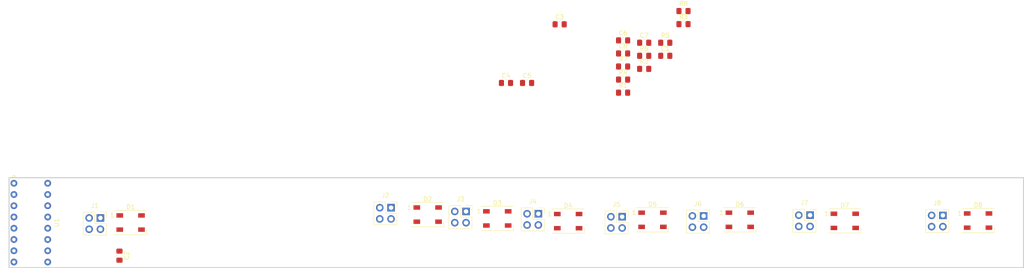
<source format=kicad_pcb>
(kicad_pcb (version 20171130) (host pcbnew "(5.1.5)-3")

  (general
    (thickness 1.6)
    (drawings 4)
    (tracks 0)
    (zones 0)
    (modules 33)
    (nets 26)
  )

  (page A)
  (layers
    (0 F.Cu signal)
    (31 B.Cu signal)
    (32 B.Adhes user)
    (33 F.Adhes user)
    (34 B.Paste user)
    (35 F.Paste user)
    (36 B.SilkS user)
    (37 F.SilkS user)
    (38 B.Mask user)
    (39 F.Mask user)
    (40 Dwgs.User user)
    (41 Cmts.User user)
    (42 Eco1.User user)
    (43 Eco2.User user)
    (44 Edge.Cuts user)
    (45 Margin user)
    (46 B.CrtYd user)
    (47 F.CrtYd user)
    (48 B.Fab user)
    (49 F.Fab user)
  )

  (setup
    (last_trace_width 0.25)
    (trace_clearance 0.2)
    (zone_clearance 0.508)
    (zone_45_only no)
    (trace_min 0.2)
    (via_size 0.8)
    (via_drill 0.4)
    (via_min_size 0.4)
    (via_min_drill 0.3)
    (uvia_size 0.3)
    (uvia_drill 0.1)
    (uvias_allowed no)
    (uvia_min_size 0.2)
    (uvia_min_drill 0.1)
    (edge_width 0.05)
    (segment_width 0.2)
    (pcb_text_width 0.3)
    (pcb_text_size 1.5 1.5)
    (mod_edge_width 0.12)
    (mod_text_size 1 1)
    (mod_text_width 0.15)
    (pad_size 1.524 1.524)
    (pad_drill 0.762)
    (pad_to_mask_clearance 0.051)
    (solder_mask_min_width 0.25)
    (aux_axis_origin 0 0)
    (visible_elements 7FFFFFFF)
    (pcbplotparams
      (layerselection 0x010fc_ffffffff)
      (usegerberextensions false)
      (usegerberattributes false)
      (usegerberadvancedattributes false)
      (creategerberjobfile false)
      (excludeedgelayer true)
      (linewidth 0.100000)
      (plotframeref false)
      (viasonmask false)
      (mode 1)
      (useauxorigin false)
      (hpglpennumber 1)
      (hpglpenspeed 20)
      (hpglpendiameter 15.000000)
      (psnegative false)
      (psa4output false)
      (plotreference true)
      (plotvalue true)
      (plotinvisibletext false)
      (padsonsilk false)
      (subtractmaskfromsilk false)
      (outputformat 1)
      (mirror false)
      (drillshape 1)
      (scaleselection 1)
      (outputdirectory ""))
  )

  (net 0 "")
  (net 1 "Net-(D1-Pad2)")
  (net 2 GND)
  (net 3 VDD)
  (net 4 "Net-(C8-Pad1)")
  (net 5 fromDaisyChain)
  (net 6 "Net-(D3-Pad2)")
  (net 7 "Net-(D4-Pad2)")
  (net 8 "Net-(D5-Pad2)")
  (net 9 "Net-(D6-Pad2)")
  (net 10 "Net-(D7-Pad2)")
  (net 11 daisyChain)
  (net 12 mux0)
  (net 13 mux1)
  (net 14 mux2)
  (net 15 mux3)
  (net 16 mux4)
  (net 17 mux5)
  (net 18 mux6)
  (net 19 mux7)
  (net 20 ESPselA)
  (net 21 ESPselB)
  (net 22 ESPselC)
  (net 23 "Net-(U1-Pad7)")
  (net 24 "Net-(U1-Pad6)")
  (net 25 "Net-(U1-Pad5)")

  (net_class Default "This is the default net class."
    (clearance 0.2)
    (trace_width 0.25)
    (via_dia 0.8)
    (via_drill 0.4)
    (uvia_dia 0.3)
    (uvia_drill 0.1)
    (add_net ESPselA)
    (add_net ESPselB)
    (add_net ESPselC)
    (add_net GND)
    (add_net "Net-(C8-Pad1)")
    (add_net "Net-(D1-Pad2)")
    (add_net "Net-(D3-Pad2)")
    (add_net "Net-(D4-Pad2)")
    (add_net "Net-(D5-Pad2)")
    (add_net "Net-(D6-Pad2)")
    (add_net "Net-(D7-Pad2)")
    (add_net "Net-(U1-Pad5)")
    (add_net "Net-(U1-Pad6)")
    (add_net "Net-(U1-Pad7)")
    (add_net VDD)
    (add_net daisyChain)
    (add_net fromDaisyChain)
    (add_net mux0)
    (add_net mux1)
    (add_net mux2)
    (add_net mux3)
    (add_net mux4)
    (add_net mux5)
    (add_net mux6)
    (add_net mux7)
  )

  (module row:SN74HC151N-PDIP (layer F.Cu) (tedit 61529B62) (tstamp 6152E3C6)
    (at 20.7137 107.4547 270)
    (path /616E69F5)
    (fp_text reference U1 (at 0 -5.842 90) (layer F.SilkS)
      (effects (font (size 1 1) (thickness 0.15)))
    )
    (fp_text value SN74HC151N (at 0 6.096 90) (layer F.Fab)
      (effects (font (size 1 1) (thickness 0.15)))
    )
    (fp_circle (center -10.414 3.81) (end -10.16 3.81) (layer F.SilkS) (width 0.2032))
    (fp_line (start 10.16 3.302) (end 10.16 -3.302) (layer F.SilkS) (width 0.2032))
    (fp_line (start -10.16 3.302) (end -10.16 -3.302) (layer F.SilkS) (width 0.2032))
    (fp_arc (start -10.16 0) (end -10.16 -1.27) (angle 180) (layer F.Fab) (width 0.1016))
    (fp_line (start 10.16 -3.302) (end -10.16 -3.302) (layer F.Fab) (width 0.1016))
    (fp_line (start 10.16 3.302) (end -10.16 3.302) (layer F.Fab) (width 0.1016))
    (fp_line (start -10.16 3.302) (end -10.16 -3.302) (layer F.Fab) (width 0.1016))
    (fp_line (start 10.16 3.302) (end 10.16 -3.302) (layer F.Fab) (width 0.1016))
    (pad 16 thru_hole circle (at -8.89 -3.81 270) (size 1.524 1.524) (drill 0.762) (layers *.Cu *.Mask)
      (net 3 VDD))
    (pad 15 thru_hole circle (at -6.35 -3.81 270) (size 1.524 1.524) (drill 0.762) (layers *.Cu *.Mask)
      (net 16 mux4))
    (pad 14 thru_hole circle (at -3.81 -3.81 270) (size 1.524 1.524) (drill 0.762) (layers *.Cu *.Mask)
      (net 17 mux5))
    (pad 13 thru_hole circle (at -1.27 -3.81 270) (size 1.524 1.524) (drill 0.762) (layers *.Cu *.Mask)
      (net 18 mux6))
    (pad 12 thru_hole circle (at 1.27 -3.81 270) (size 1.524 1.524) (drill 0.762) (layers *.Cu *.Mask)
      (net 19 mux7))
    (pad 11 thru_hole circle (at 3.81 -3.81 270) (size 1.524 1.524) (drill 0.762) (layers *.Cu *.Mask)
      (net 20 ESPselA))
    (pad 10 thru_hole circle (at 6.35 -3.81 270) (size 1.524 1.524) (drill 0.762) (layers *.Cu *.Mask)
      (net 21 ESPselB))
    (pad 9 thru_hole circle (at 8.89 -3.81 270) (size 1.524 1.524) (drill 0.762) (layers *.Cu *.Mask)
      (net 22 ESPselC))
    (pad 8 thru_hole circle (at 8.89 3.81 270) (size 1.524 1.524) (drill 0.762) (layers *.Cu *.Mask)
      (net 2 GND))
    (pad 7 thru_hole circle (at 6.35 3.81 270) (size 1.524 1.524) (drill 0.762) (layers *.Cu *.Mask)
      (net 23 "Net-(U1-Pad7)"))
    (pad 6 thru_hole circle (at 3.81 3.81 270) (size 1.524 1.524) (drill 0.762) (layers *.Cu *.Mask)
      (net 24 "Net-(U1-Pad6)"))
    (pad 5 thru_hole circle (at 1.27 3.81 270) (size 1.524 1.524) (drill 0.762) (layers *.Cu *.Mask)
      (net 25 "Net-(U1-Pad5)"))
    (pad 4 thru_hole circle (at -1.27 3.81 270) (size 1.524 1.524) (drill 0.762) (layers *.Cu *.Mask)
      (net 12 mux0))
    (pad 3 thru_hole circle (at -3.81 3.81 270) (size 1.524 1.524) (drill 0.762) (layers *.Cu *.Mask)
      (net 13 mux1))
    (pad 2 thru_hole circle (at -6.35 3.81 270) (size 1.524 1.524) (drill 0.762) (layers *.Cu *.Mask)
      (net 14 mux2))
    (pad 1 thru_hole circle (at -8.89 3.81 270) (size 1.524 1.524) (drill 0.762) (layers *.Cu *.Mask)
      (net 15 mux3))
  )

  (module Resistor_SMD:R_0805_2012Metric_Pad1.15x1.40mm_HandSolder (layer F.Cu) (tedit 5B36C52B) (tstamp 6152E3AA)
    (at 167.795701 59.687001)
    (descr "Resistor SMD 0805 (2012 Metric), square (rectangular) end terminal, IPC_7351 nominal with elongated pad for handsoldering. (Body size source: https://docs.google.com/spreadsheets/d/1BsfQQcO9C6DZCsRaXUlFlo91Tg2WpOkGARC1WS5S8t0/edit?usp=sharing), generated with kicad-footprint-generator")
    (tags "resistor handsolder")
    (path /61629FD2)
    (attr smd)
    (fp_text reference R8 (at 0 -1.65) (layer F.SilkS)
      (effects (font (size 1 1) (thickness 0.15)))
    )
    (fp_text value R (at 0 1.65) (layer F.Fab)
      (effects (font (size 1 1) (thickness 0.15)))
    )
    (fp_text user %R (at 0 0) (layer F.Fab)
      (effects (font (size 0.5 0.5) (thickness 0.08)))
    )
    (fp_line (start 1.85 0.95) (end -1.85 0.95) (layer F.CrtYd) (width 0.05))
    (fp_line (start 1.85 -0.95) (end 1.85 0.95) (layer F.CrtYd) (width 0.05))
    (fp_line (start -1.85 -0.95) (end 1.85 -0.95) (layer F.CrtYd) (width 0.05))
    (fp_line (start -1.85 0.95) (end -1.85 -0.95) (layer F.CrtYd) (width 0.05))
    (fp_line (start -0.261252 0.71) (end 0.261252 0.71) (layer F.SilkS) (width 0.12))
    (fp_line (start -0.261252 -0.71) (end 0.261252 -0.71) (layer F.SilkS) (width 0.12))
    (fp_line (start 1 0.6) (end -1 0.6) (layer F.Fab) (width 0.1))
    (fp_line (start 1 -0.6) (end 1 0.6) (layer F.Fab) (width 0.1))
    (fp_line (start -1 -0.6) (end 1 -0.6) (layer F.Fab) (width 0.1))
    (fp_line (start -1 0.6) (end -1 -0.6) (layer F.Fab) (width 0.1))
    (pad 2 smd roundrect (at 1.025 0) (size 1.15 1.4) (layers F.Cu F.Paste F.Mask) (roundrect_rratio 0.217391)
      (net 2 GND))
    (pad 1 smd roundrect (at -1.025 0) (size 1.15 1.4) (layers F.Cu F.Paste F.Mask) (roundrect_rratio 0.217391)
      (net 3 VDD))
    (model ${KISYS3DMOD}/Resistor_SMD.3dshapes/R_0805_2012Metric.wrl
      (at (xyz 0 0 0))
      (scale (xyz 1 1 1))
      (rotate (xyz 0 0 0))
    )
  )

  (module Resistor_SMD:R_0805_2012Metric_Pad1.15x1.40mm_HandSolder (layer F.Cu) (tedit 5B36C52B) (tstamp 6152E399)
    (at 154.185701 72.207001)
    (descr "Resistor SMD 0805 (2012 Metric), square (rectangular) end terminal, IPC_7351 nominal with elongated pad for handsoldering. (Body size source: https://docs.google.com/spreadsheets/d/1BsfQQcO9C6DZCsRaXUlFlo91Tg2WpOkGARC1WS5S8t0/edit?usp=sharing), generated with kicad-footprint-generator")
    (tags "resistor handsolder")
    (path /6157199B)
    (attr smd)
    (fp_text reference R7 (at 0 -1.65) (layer F.SilkS)
      (effects (font (size 1 1) (thickness 0.15)))
    )
    (fp_text value R (at 0 1.65) (layer F.Fab)
      (effects (font (size 1 1) (thickness 0.15)))
    )
    (fp_text user %R (at 0 0) (layer F.Fab)
      (effects (font (size 0.5 0.5) (thickness 0.08)))
    )
    (fp_line (start 1.85 0.95) (end -1.85 0.95) (layer F.CrtYd) (width 0.05))
    (fp_line (start 1.85 -0.95) (end 1.85 0.95) (layer F.CrtYd) (width 0.05))
    (fp_line (start -1.85 -0.95) (end 1.85 -0.95) (layer F.CrtYd) (width 0.05))
    (fp_line (start -1.85 0.95) (end -1.85 -0.95) (layer F.CrtYd) (width 0.05))
    (fp_line (start -0.261252 0.71) (end 0.261252 0.71) (layer F.SilkS) (width 0.12))
    (fp_line (start -0.261252 -0.71) (end 0.261252 -0.71) (layer F.SilkS) (width 0.12))
    (fp_line (start 1 0.6) (end -1 0.6) (layer F.Fab) (width 0.1))
    (fp_line (start 1 -0.6) (end 1 0.6) (layer F.Fab) (width 0.1))
    (fp_line (start -1 -0.6) (end 1 -0.6) (layer F.Fab) (width 0.1))
    (fp_line (start -1 0.6) (end -1 -0.6) (layer F.Fab) (width 0.1))
    (pad 2 smd roundrect (at 1.025 0) (size 1.15 1.4) (layers F.Cu F.Paste F.Mask) (roundrect_rratio 0.217391)
      (net 2 GND))
    (pad 1 smd roundrect (at -1.025 0) (size 1.15 1.4) (layers F.Cu F.Paste F.Mask) (roundrect_rratio 0.217391)
      (net 3 VDD))
    (model ${KISYS3DMOD}/Resistor_SMD.3dshapes/R_0805_2012Metric.wrl
      (at (xyz 0 0 0))
      (scale (xyz 1 1 1))
      (rotate (xyz 0 0 0))
    )
  )

  (module Resistor_SMD:R_0805_2012Metric_Pad1.15x1.40mm_HandSolder (layer F.Cu) (tedit 5B36C52B) (tstamp 6152E388)
    (at 158.935701 69.787001)
    (descr "Resistor SMD 0805 (2012 Metric), square (rectangular) end terminal, IPC_7351 nominal with elongated pad for handsoldering. (Body size source: https://docs.google.com/spreadsheets/d/1BsfQQcO9C6DZCsRaXUlFlo91Tg2WpOkGARC1WS5S8t0/edit?usp=sharing), generated with kicad-footprint-generator")
    (tags "resistor handsolder")
    (path /615877AF)
    (attr smd)
    (fp_text reference R6 (at 0 -1.65) (layer F.SilkS)
      (effects (font (size 1 1) (thickness 0.15)))
    )
    (fp_text value R (at 0 1.65) (layer F.Fab)
      (effects (font (size 1 1) (thickness 0.15)))
    )
    (fp_text user %R (at 0 0) (layer F.Fab)
      (effects (font (size 0.5 0.5) (thickness 0.08)))
    )
    (fp_line (start 1.85 0.95) (end -1.85 0.95) (layer F.CrtYd) (width 0.05))
    (fp_line (start 1.85 -0.95) (end 1.85 0.95) (layer F.CrtYd) (width 0.05))
    (fp_line (start -1.85 -0.95) (end 1.85 -0.95) (layer F.CrtYd) (width 0.05))
    (fp_line (start -1.85 0.95) (end -1.85 -0.95) (layer F.CrtYd) (width 0.05))
    (fp_line (start -0.261252 0.71) (end 0.261252 0.71) (layer F.SilkS) (width 0.12))
    (fp_line (start -0.261252 -0.71) (end 0.261252 -0.71) (layer F.SilkS) (width 0.12))
    (fp_line (start 1 0.6) (end -1 0.6) (layer F.Fab) (width 0.1))
    (fp_line (start 1 -0.6) (end 1 0.6) (layer F.Fab) (width 0.1))
    (fp_line (start -1 -0.6) (end 1 -0.6) (layer F.Fab) (width 0.1))
    (fp_line (start -1 0.6) (end -1 -0.6) (layer F.Fab) (width 0.1))
    (pad 2 smd roundrect (at 1.025 0) (size 1.15 1.4) (layers F.Cu F.Paste F.Mask) (roundrect_rratio 0.217391)
      (net 2 GND))
    (pad 1 smd roundrect (at -1.025 0) (size 1.15 1.4) (layers F.Cu F.Paste F.Mask) (roundrect_rratio 0.217391)
      (net 3 VDD))
    (model ${KISYS3DMOD}/Resistor_SMD.3dshapes/R_0805_2012Metric.wrl
      (at (xyz 0 0 0))
      (scale (xyz 1 1 1))
      (rotate (xyz 0 0 0))
    )
  )

  (module Resistor_SMD:R_0805_2012Metric_Pad1.15x1.40mm_HandSolder (layer F.Cu) (tedit 5B36C52B) (tstamp 6152E377)
    (at 163.685701 66.837001)
    (descr "Resistor SMD 0805 (2012 Metric), square (rectangular) end terminal, IPC_7351 nominal with elongated pad for handsoldering. (Body size source: https://docs.google.com/spreadsheets/d/1BsfQQcO9C6DZCsRaXUlFlo91Tg2WpOkGARC1WS5S8t0/edit?usp=sharing), generated with kicad-footprint-generator")
    (tags "resistor handsolder")
    (path /61572A4C)
    (attr smd)
    (fp_text reference R5 (at 0 -1.65) (layer F.SilkS)
      (effects (font (size 1 1) (thickness 0.15)))
    )
    (fp_text value R (at 0 1.65) (layer F.Fab)
      (effects (font (size 1 1) (thickness 0.15)))
    )
    (fp_text user %R (at 0 0) (layer F.Fab)
      (effects (font (size 0.5 0.5) (thickness 0.08)))
    )
    (fp_line (start 1.85 0.95) (end -1.85 0.95) (layer F.CrtYd) (width 0.05))
    (fp_line (start 1.85 -0.95) (end 1.85 0.95) (layer F.CrtYd) (width 0.05))
    (fp_line (start -1.85 -0.95) (end 1.85 -0.95) (layer F.CrtYd) (width 0.05))
    (fp_line (start -1.85 0.95) (end -1.85 -0.95) (layer F.CrtYd) (width 0.05))
    (fp_line (start -0.261252 0.71) (end 0.261252 0.71) (layer F.SilkS) (width 0.12))
    (fp_line (start -0.261252 -0.71) (end 0.261252 -0.71) (layer F.SilkS) (width 0.12))
    (fp_line (start 1 0.6) (end -1 0.6) (layer F.Fab) (width 0.1))
    (fp_line (start 1 -0.6) (end 1 0.6) (layer F.Fab) (width 0.1))
    (fp_line (start -1 -0.6) (end 1 -0.6) (layer F.Fab) (width 0.1))
    (fp_line (start -1 0.6) (end -1 -0.6) (layer F.Fab) (width 0.1))
    (pad 2 smd roundrect (at 1.025 0) (size 1.15 1.4) (layers F.Cu F.Paste F.Mask) (roundrect_rratio 0.217391)
      (net 2 GND))
    (pad 1 smd roundrect (at -1.025 0) (size 1.15 1.4) (layers F.Cu F.Paste F.Mask) (roundrect_rratio 0.217391)
      (net 3 VDD))
    (model ${KISYS3DMOD}/Resistor_SMD.3dshapes/R_0805_2012Metric.wrl
      (at (xyz 0 0 0))
      (scale (xyz 1 1 1))
      (rotate (xyz 0 0 0))
    )
  )

  (module Resistor_SMD:R_0805_2012Metric_Pad1.15x1.40mm_HandSolder (layer F.Cu) (tedit 5B36C52B) (tstamp 6152E366)
    (at 154.185701 75.157001)
    (descr "Resistor SMD 0805 (2012 Metric), square (rectangular) end terminal, IPC_7351 nominal with elongated pad for handsoldering. (Body size source: https://docs.google.com/spreadsheets/d/1BsfQQcO9C6DZCsRaXUlFlo91Tg2WpOkGARC1WS5S8t0/edit?usp=sharing), generated with kicad-footprint-generator")
    (tags "resistor handsolder")
    (path /6155F6FA)
    (attr smd)
    (fp_text reference R4 (at 0 -1.65) (layer F.SilkS)
      (effects (font (size 1 1) (thickness 0.15)))
    )
    (fp_text value R (at 0 1.65) (layer F.Fab)
      (effects (font (size 1 1) (thickness 0.15)))
    )
    (fp_text user %R (at 0 0) (layer F.Fab)
      (effects (font (size 0.5 0.5) (thickness 0.08)))
    )
    (fp_line (start 1.85 0.95) (end -1.85 0.95) (layer F.CrtYd) (width 0.05))
    (fp_line (start 1.85 -0.95) (end 1.85 0.95) (layer F.CrtYd) (width 0.05))
    (fp_line (start -1.85 -0.95) (end 1.85 -0.95) (layer F.CrtYd) (width 0.05))
    (fp_line (start -1.85 0.95) (end -1.85 -0.95) (layer F.CrtYd) (width 0.05))
    (fp_line (start -0.261252 0.71) (end 0.261252 0.71) (layer F.SilkS) (width 0.12))
    (fp_line (start -0.261252 -0.71) (end 0.261252 -0.71) (layer F.SilkS) (width 0.12))
    (fp_line (start 1 0.6) (end -1 0.6) (layer F.Fab) (width 0.1))
    (fp_line (start 1 -0.6) (end 1 0.6) (layer F.Fab) (width 0.1))
    (fp_line (start -1 -0.6) (end 1 -0.6) (layer F.Fab) (width 0.1))
    (fp_line (start -1 0.6) (end -1 -0.6) (layer F.Fab) (width 0.1))
    (pad 2 smd roundrect (at 1.025 0) (size 1.15 1.4) (layers F.Cu F.Paste F.Mask) (roundrect_rratio 0.217391)
      (net 2 GND))
    (pad 1 smd roundrect (at -1.025 0) (size 1.15 1.4) (layers F.Cu F.Paste F.Mask) (roundrect_rratio 0.217391)
      (net 3 VDD))
    (model ${KISYS3DMOD}/Resistor_SMD.3dshapes/R_0805_2012Metric.wrl
      (at (xyz 0 0 0))
      (scale (xyz 1 1 1))
      (rotate (xyz 0 0 0))
    )
  )

  (module Resistor_SMD:R_0805_2012Metric_Pad1.15x1.40mm_HandSolder (layer F.Cu) (tedit 5B36C52B) (tstamp 6152E355)
    (at 167.795701 62.637001)
    (descr "Resistor SMD 0805 (2012 Metric), square (rectangular) end terminal, IPC_7351 nominal with elongated pad for handsoldering. (Body size source: https://docs.google.com/spreadsheets/d/1BsfQQcO9C6DZCsRaXUlFlo91Tg2WpOkGARC1WS5S8t0/edit?usp=sharing), generated with kicad-footprint-generator")
    (tags "resistor handsolder")
    (path /61549C17)
    (attr smd)
    (fp_text reference R3 (at 0 -1.65) (layer F.SilkS)
      (effects (font (size 1 1) (thickness 0.15)))
    )
    (fp_text value R (at 0 1.65) (layer F.Fab)
      (effects (font (size 1 1) (thickness 0.15)))
    )
    (fp_text user %R (at 0 0) (layer F.Fab)
      (effects (font (size 0.5 0.5) (thickness 0.08)))
    )
    (fp_line (start 1.85 0.95) (end -1.85 0.95) (layer F.CrtYd) (width 0.05))
    (fp_line (start 1.85 -0.95) (end 1.85 0.95) (layer F.CrtYd) (width 0.05))
    (fp_line (start -1.85 -0.95) (end 1.85 -0.95) (layer F.CrtYd) (width 0.05))
    (fp_line (start -1.85 0.95) (end -1.85 -0.95) (layer F.CrtYd) (width 0.05))
    (fp_line (start -0.261252 0.71) (end 0.261252 0.71) (layer F.SilkS) (width 0.12))
    (fp_line (start -0.261252 -0.71) (end 0.261252 -0.71) (layer F.SilkS) (width 0.12))
    (fp_line (start 1 0.6) (end -1 0.6) (layer F.Fab) (width 0.1))
    (fp_line (start 1 -0.6) (end 1 0.6) (layer F.Fab) (width 0.1))
    (fp_line (start -1 -0.6) (end 1 -0.6) (layer F.Fab) (width 0.1))
    (fp_line (start -1 0.6) (end -1 -0.6) (layer F.Fab) (width 0.1))
    (pad 2 smd roundrect (at 1.025 0) (size 1.15 1.4) (layers F.Cu F.Paste F.Mask) (roundrect_rratio 0.217391)
      (net 2 GND))
    (pad 1 smd roundrect (at -1.025 0) (size 1.15 1.4) (layers F.Cu F.Paste F.Mask) (roundrect_rratio 0.217391)
      (net 3 VDD))
    (model ${KISYS3DMOD}/Resistor_SMD.3dshapes/R_0805_2012Metric.wrl
      (at (xyz 0 0 0))
      (scale (xyz 1 1 1))
      (rotate (xyz 0 0 0))
    )
  )

  (module Resistor_SMD:R_0805_2012Metric_Pad1.15x1.40mm_HandSolder (layer F.Cu) (tedit 5B36C52B) (tstamp 6152E344)
    (at 158.935701 72.737001)
    (descr "Resistor SMD 0805 (2012 Metric), square (rectangular) end terminal, IPC_7351 nominal with elongated pad for handsoldering. (Body size source: https://docs.google.com/spreadsheets/d/1BsfQQcO9C6DZCsRaXUlFlo91Tg2WpOkGARC1WS5S8t0/edit?usp=sharing), generated with kicad-footprint-generator")
    (tags "resistor handsolder")
    (path /61556E6E)
    (attr smd)
    (fp_text reference R2 (at 0 -1.65) (layer F.SilkS)
      (effects (font (size 1 1) (thickness 0.15)))
    )
    (fp_text value R (at 0 1.65) (layer F.Fab)
      (effects (font (size 1 1) (thickness 0.15)))
    )
    (fp_text user %R (at 0 0) (layer F.Fab)
      (effects (font (size 0.5 0.5) (thickness 0.08)))
    )
    (fp_line (start 1.85 0.95) (end -1.85 0.95) (layer F.CrtYd) (width 0.05))
    (fp_line (start 1.85 -0.95) (end 1.85 0.95) (layer F.CrtYd) (width 0.05))
    (fp_line (start -1.85 -0.95) (end 1.85 -0.95) (layer F.CrtYd) (width 0.05))
    (fp_line (start -1.85 0.95) (end -1.85 -0.95) (layer F.CrtYd) (width 0.05))
    (fp_line (start -0.261252 0.71) (end 0.261252 0.71) (layer F.SilkS) (width 0.12))
    (fp_line (start -0.261252 -0.71) (end 0.261252 -0.71) (layer F.SilkS) (width 0.12))
    (fp_line (start 1 0.6) (end -1 0.6) (layer F.Fab) (width 0.1))
    (fp_line (start 1 -0.6) (end 1 0.6) (layer F.Fab) (width 0.1))
    (fp_line (start -1 -0.6) (end 1 -0.6) (layer F.Fab) (width 0.1))
    (fp_line (start -1 0.6) (end -1 -0.6) (layer F.Fab) (width 0.1))
    (pad 2 smd roundrect (at 1.025 0) (size 1.15 1.4) (layers F.Cu F.Paste F.Mask) (roundrect_rratio 0.217391)
      (net 2 GND))
    (pad 1 smd roundrect (at -1.025 0) (size 1.15 1.4) (layers F.Cu F.Paste F.Mask) (roundrect_rratio 0.217391)
      (net 3 VDD))
    (model ${KISYS3DMOD}/Resistor_SMD.3dshapes/R_0805_2012Metric.wrl
      (at (xyz 0 0 0))
      (scale (xyz 1 1 1))
      (rotate (xyz 0 0 0))
    )
  )

  (module Resistor_SMD:R_0805_2012Metric_Pad1.15x1.40mm_HandSolder (layer F.Cu) (tedit 5B36C52B) (tstamp 6152E333)
    (at 154.185701 78.107001)
    (descr "Resistor SMD 0805 (2012 Metric), square (rectangular) end terminal, IPC_7351 nominal with elongated pad for handsoldering. (Body size source: https://docs.google.com/spreadsheets/d/1BsfQQcO9C6DZCsRaXUlFlo91Tg2WpOkGARC1WS5S8t0/edit?usp=sharing), generated with kicad-footprint-generator")
    (tags "resistor handsolder")
    (path /6152FA6F)
    (attr smd)
    (fp_text reference R1 (at 0 -1.65) (layer F.SilkS)
      (effects (font (size 1 1) (thickness 0.15)))
    )
    (fp_text value R (at 0 1.65) (layer F.Fab)
      (effects (font (size 1 1) (thickness 0.15)))
    )
    (fp_text user %R (at 0 0) (layer F.Fab)
      (effects (font (size 0.5 0.5) (thickness 0.08)))
    )
    (fp_line (start 1.85 0.95) (end -1.85 0.95) (layer F.CrtYd) (width 0.05))
    (fp_line (start 1.85 -0.95) (end 1.85 0.95) (layer F.CrtYd) (width 0.05))
    (fp_line (start -1.85 -0.95) (end 1.85 -0.95) (layer F.CrtYd) (width 0.05))
    (fp_line (start -1.85 0.95) (end -1.85 -0.95) (layer F.CrtYd) (width 0.05))
    (fp_line (start -0.261252 0.71) (end 0.261252 0.71) (layer F.SilkS) (width 0.12))
    (fp_line (start -0.261252 -0.71) (end 0.261252 -0.71) (layer F.SilkS) (width 0.12))
    (fp_line (start 1 0.6) (end -1 0.6) (layer F.Fab) (width 0.1))
    (fp_line (start 1 -0.6) (end 1 0.6) (layer F.Fab) (width 0.1))
    (fp_line (start -1 -0.6) (end 1 -0.6) (layer F.Fab) (width 0.1))
    (fp_line (start -1 0.6) (end -1 -0.6) (layer F.Fab) (width 0.1))
    (pad 2 smd roundrect (at 1.025 0) (size 1.15 1.4) (layers F.Cu F.Paste F.Mask) (roundrect_rratio 0.217391)
      (net 2 GND))
    (pad 1 smd roundrect (at -1.025 0) (size 1.15 1.4) (layers F.Cu F.Paste F.Mask) (roundrect_rratio 0.217391)
      (net 3 VDD))
    (model ${KISYS3DMOD}/Resistor_SMD.3dshapes/R_0805_2012Metric.wrl
      (at (xyz 0 0 0))
      (scale (xyz 1 1 1))
      (rotate (xyz 0 0 0))
    )
  )

  (module Connector_PinSocket_2.54mm:PinSocket_2x02_P2.54mm_Vertical (layer F.Cu) (tedit 5A19A426) (tstamp 6152E322)
    (at 226.2505 105.8164)
    (descr "Through hole straight socket strip, 2x02, 2.54mm pitch, double cols (from Kicad 4.0.7), script generated")
    (tags "Through hole socket strip THT 2x02 2.54mm double row")
    (path /615720EB)
    (fp_text reference J8 (at -1.27 -2.77) (layer F.SilkS)
      (effects (font (size 1 1) (thickness 0.15)))
    )
    (fp_text value Conn_02x02_Odd_Even (at -1.27 5.31) (layer F.Fab)
      (effects (font (size 1 1) (thickness 0.15)))
    )
    (fp_text user %R (at -1.27 1.27 90) (layer F.Fab)
      (effects (font (size 1 1) (thickness 0.15)))
    )
    (fp_line (start -4.34 4.3) (end -4.34 -1.8) (layer F.CrtYd) (width 0.05))
    (fp_line (start 1.76 4.3) (end -4.34 4.3) (layer F.CrtYd) (width 0.05))
    (fp_line (start 1.76 -1.8) (end 1.76 4.3) (layer F.CrtYd) (width 0.05))
    (fp_line (start -4.34 -1.8) (end 1.76 -1.8) (layer F.CrtYd) (width 0.05))
    (fp_line (start 0 -1.33) (end 1.33 -1.33) (layer F.SilkS) (width 0.12))
    (fp_line (start 1.33 -1.33) (end 1.33 0) (layer F.SilkS) (width 0.12))
    (fp_line (start -1.27 -1.33) (end -1.27 1.27) (layer F.SilkS) (width 0.12))
    (fp_line (start -1.27 1.27) (end 1.33 1.27) (layer F.SilkS) (width 0.12))
    (fp_line (start 1.33 1.27) (end 1.33 3.87) (layer F.SilkS) (width 0.12))
    (fp_line (start -3.87 3.87) (end 1.33 3.87) (layer F.SilkS) (width 0.12))
    (fp_line (start -3.87 -1.33) (end -3.87 3.87) (layer F.SilkS) (width 0.12))
    (fp_line (start -3.87 -1.33) (end -1.27 -1.33) (layer F.SilkS) (width 0.12))
    (fp_line (start -3.81 3.81) (end -3.81 -1.27) (layer F.Fab) (width 0.1))
    (fp_line (start 1.27 3.81) (end -3.81 3.81) (layer F.Fab) (width 0.1))
    (fp_line (start 1.27 -0.27) (end 1.27 3.81) (layer F.Fab) (width 0.1))
    (fp_line (start 0.27 -1.27) (end 1.27 -0.27) (layer F.Fab) (width 0.1))
    (fp_line (start -3.81 -1.27) (end 0.27 -1.27) (layer F.Fab) (width 0.1))
    (pad 4 thru_hole oval (at -2.54 2.54) (size 1.7 1.7) (drill 1) (layers *.Cu *.Mask)
      (net 3 VDD))
    (pad 3 thru_hole oval (at 0 2.54) (size 1.7 1.7) (drill 1) (layers *.Cu *.Mask)
      (net 19 mux7))
    (pad 2 thru_hole oval (at -2.54 0) (size 1.7 1.7) (drill 1) (layers *.Cu *.Mask)
      (net 3 VDD))
    (pad 1 thru_hole rect (at 0 0) (size 1.7 1.7) (drill 1) (layers *.Cu *.Mask)
      (net 19 mux7))
    (model ${KISYS3DMOD}/Connector_PinSocket_2.54mm.3dshapes/PinSocket_2x02_P2.54mm_Vertical.wrl
      (at (xyz 0 0 0))
      (scale (xyz 1 1 1))
      (rotate (xyz 0 0 0))
    )
  )

  (module Connector_PinSocket_2.54mm:PinSocket_2x02_P2.54mm_Vertical (layer F.Cu) (tedit 5A19A426) (tstamp 6152E308)
    (at 196.3166 105.7656)
    (descr "Through hole straight socket strip, 2x02, 2.54mm pitch, double cols (from Kicad 4.0.7), script generated")
    (tags "Through hole socket strip THT 2x02 2.54mm double row")
    (path /615A5FF7)
    (fp_text reference J7 (at -1.27 -2.77) (layer F.SilkS)
      (effects (font (size 1 1) (thickness 0.15)))
    )
    (fp_text value Conn_02x02_Odd_Even (at -1.27 5.31) (layer F.Fab)
      (effects (font (size 1 1) (thickness 0.15)))
    )
    (fp_text user %R (at -1.27 1.27 90) (layer F.Fab)
      (effects (font (size 1 1) (thickness 0.15)))
    )
    (fp_line (start -4.34 4.3) (end -4.34 -1.8) (layer F.CrtYd) (width 0.05))
    (fp_line (start 1.76 4.3) (end -4.34 4.3) (layer F.CrtYd) (width 0.05))
    (fp_line (start 1.76 -1.8) (end 1.76 4.3) (layer F.CrtYd) (width 0.05))
    (fp_line (start -4.34 -1.8) (end 1.76 -1.8) (layer F.CrtYd) (width 0.05))
    (fp_line (start 0 -1.33) (end 1.33 -1.33) (layer F.SilkS) (width 0.12))
    (fp_line (start 1.33 -1.33) (end 1.33 0) (layer F.SilkS) (width 0.12))
    (fp_line (start -1.27 -1.33) (end -1.27 1.27) (layer F.SilkS) (width 0.12))
    (fp_line (start -1.27 1.27) (end 1.33 1.27) (layer F.SilkS) (width 0.12))
    (fp_line (start 1.33 1.27) (end 1.33 3.87) (layer F.SilkS) (width 0.12))
    (fp_line (start -3.87 3.87) (end 1.33 3.87) (layer F.SilkS) (width 0.12))
    (fp_line (start -3.87 -1.33) (end -3.87 3.87) (layer F.SilkS) (width 0.12))
    (fp_line (start -3.87 -1.33) (end -1.27 -1.33) (layer F.SilkS) (width 0.12))
    (fp_line (start -3.81 3.81) (end -3.81 -1.27) (layer F.Fab) (width 0.1))
    (fp_line (start 1.27 3.81) (end -3.81 3.81) (layer F.Fab) (width 0.1))
    (fp_line (start 1.27 -0.27) (end 1.27 3.81) (layer F.Fab) (width 0.1))
    (fp_line (start 0.27 -1.27) (end 1.27 -0.27) (layer F.Fab) (width 0.1))
    (fp_line (start -3.81 -1.27) (end 0.27 -1.27) (layer F.Fab) (width 0.1))
    (pad 4 thru_hole oval (at -2.54 2.54) (size 1.7 1.7) (drill 1) (layers *.Cu *.Mask)
      (net 3 VDD))
    (pad 3 thru_hole oval (at 0 2.54) (size 1.7 1.7) (drill 1) (layers *.Cu *.Mask)
      (net 18 mux6))
    (pad 2 thru_hole oval (at -2.54 0) (size 1.7 1.7) (drill 1) (layers *.Cu *.Mask)
      (net 3 VDD))
    (pad 1 thru_hole rect (at 0 0) (size 1.7 1.7) (drill 1) (layers *.Cu *.Mask)
      (net 18 mux6))
    (model ${KISYS3DMOD}/Connector_PinSocket_2.54mm.3dshapes/PinSocket_2x02_P2.54mm_Vertical.wrl
      (at (xyz 0 0 0))
      (scale (xyz 1 1 1))
      (rotate (xyz 0 0 0))
    )
  )

  (module Connector_PinSocket_2.54mm:PinSocket_2x02_P2.54mm_Vertical (layer F.Cu) (tedit 5A19A426) (tstamp 6152E2EE)
    (at 172.339 105.9434)
    (descr "Through hole straight socket strip, 2x02, 2.54mm pitch, double cols (from Kicad 4.0.7), script generated")
    (tags "Through hole socket strip THT 2x02 2.54mm double row")
    (path /6158710C)
    (fp_text reference J6 (at -1.27 -2.77) (layer F.SilkS)
      (effects (font (size 1 1) (thickness 0.15)))
    )
    (fp_text value Conn_02x02_Odd_Even (at -1.27 5.31) (layer F.Fab)
      (effects (font (size 1 1) (thickness 0.15)))
    )
    (fp_text user %R (at -1.27 1.27 90) (layer F.Fab)
      (effects (font (size 1 1) (thickness 0.15)))
    )
    (fp_line (start -4.34 4.3) (end -4.34 -1.8) (layer F.CrtYd) (width 0.05))
    (fp_line (start 1.76 4.3) (end -4.34 4.3) (layer F.CrtYd) (width 0.05))
    (fp_line (start 1.76 -1.8) (end 1.76 4.3) (layer F.CrtYd) (width 0.05))
    (fp_line (start -4.34 -1.8) (end 1.76 -1.8) (layer F.CrtYd) (width 0.05))
    (fp_line (start 0 -1.33) (end 1.33 -1.33) (layer F.SilkS) (width 0.12))
    (fp_line (start 1.33 -1.33) (end 1.33 0) (layer F.SilkS) (width 0.12))
    (fp_line (start -1.27 -1.33) (end -1.27 1.27) (layer F.SilkS) (width 0.12))
    (fp_line (start -1.27 1.27) (end 1.33 1.27) (layer F.SilkS) (width 0.12))
    (fp_line (start 1.33 1.27) (end 1.33 3.87) (layer F.SilkS) (width 0.12))
    (fp_line (start -3.87 3.87) (end 1.33 3.87) (layer F.SilkS) (width 0.12))
    (fp_line (start -3.87 -1.33) (end -3.87 3.87) (layer F.SilkS) (width 0.12))
    (fp_line (start -3.87 -1.33) (end -1.27 -1.33) (layer F.SilkS) (width 0.12))
    (fp_line (start -3.81 3.81) (end -3.81 -1.27) (layer F.Fab) (width 0.1))
    (fp_line (start 1.27 3.81) (end -3.81 3.81) (layer F.Fab) (width 0.1))
    (fp_line (start 1.27 -0.27) (end 1.27 3.81) (layer F.Fab) (width 0.1))
    (fp_line (start 0.27 -1.27) (end 1.27 -0.27) (layer F.Fab) (width 0.1))
    (fp_line (start -3.81 -1.27) (end 0.27 -1.27) (layer F.Fab) (width 0.1))
    (pad 4 thru_hole oval (at -2.54 2.54) (size 1.7 1.7) (drill 1) (layers *.Cu *.Mask)
      (net 3 VDD))
    (pad 3 thru_hole oval (at 0 2.54) (size 1.7 1.7) (drill 1) (layers *.Cu *.Mask)
      (net 17 mux5))
    (pad 2 thru_hole oval (at -2.54 0) (size 1.7 1.7) (drill 1) (layers *.Cu *.Mask)
      (net 3 VDD))
    (pad 1 thru_hole rect (at 0 0) (size 1.7 1.7) (drill 1) (layers *.Cu *.Mask)
      (net 17 mux5))
    (model ${KISYS3DMOD}/Connector_PinSocket_2.54mm.3dshapes/PinSocket_2x02_P2.54mm_Vertical.wrl
      (at (xyz 0 0 0))
      (scale (xyz 1 1 1))
      (rotate (xyz 0 0 0))
    )
  )

  (module Connector_PinSocket_2.54mm:PinSocket_2x02_P2.54mm_Vertical (layer F.Cu) (tedit 5A19A426) (tstamp 6152E2D4)
    (at 153.9748 106.1212)
    (descr "Through hole straight socket strip, 2x02, 2.54mm pitch, double cols (from Kicad 4.0.7), script generated")
    (tags "Through hole socket strip THT 2x02 2.54mm double row")
    (path /61572597)
    (fp_text reference J5 (at -1.27 -2.77) (layer F.SilkS)
      (effects (font (size 1 1) (thickness 0.15)))
    )
    (fp_text value Conn_02x02_Odd_Even (at -1.27 5.31) (layer F.Fab)
      (effects (font (size 1 1) (thickness 0.15)))
    )
    (fp_text user %R (at -1.27 1.27 90) (layer F.Fab)
      (effects (font (size 1 1) (thickness 0.15)))
    )
    (fp_line (start -4.34 4.3) (end -4.34 -1.8) (layer F.CrtYd) (width 0.05))
    (fp_line (start 1.76 4.3) (end -4.34 4.3) (layer F.CrtYd) (width 0.05))
    (fp_line (start 1.76 -1.8) (end 1.76 4.3) (layer F.CrtYd) (width 0.05))
    (fp_line (start -4.34 -1.8) (end 1.76 -1.8) (layer F.CrtYd) (width 0.05))
    (fp_line (start 0 -1.33) (end 1.33 -1.33) (layer F.SilkS) (width 0.12))
    (fp_line (start 1.33 -1.33) (end 1.33 0) (layer F.SilkS) (width 0.12))
    (fp_line (start -1.27 -1.33) (end -1.27 1.27) (layer F.SilkS) (width 0.12))
    (fp_line (start -1.27 1.27) (end 1.33 1.27) (layer F.SilkS) (width 0.12))
    (fp_line (start 1.33 1.27) (end 1.33 3.87) (layer F.SilkS) (width 0.12))
    (fp_line (start -3.87 3.87) (end 1.33 3.87) (layer F.SilkS) (width 0.12))
    (fp_line (start -3.87 -1.33) (end -3.87 3.87) (layer F.SilkS) (width 0.12))
    (fp_line (start -3.87 -1.33) (end -1.27 -1.33) (layer F.SilkS) (width 0.12))
    (fp_line (start -3.81 3.81) (end -3.81 -1.27) (layer F.Fab) (width 0.1))
    (fp_line (start 1.27 3.81) (end -3.81 3.81) (layer F.Fab) (width 0.1))
    (fp_line (start 1.27 -0.27) (end 1.27 3.81) (layer F.Fab) (width 0.1))
    (fp_line (start 0.27 -1.27) (end 1.27 -0.27) (layer F.Fab) (width 0.1))
    (fp_line (start -3.81 -1.27) (end 0.27 -1.27) (layer F.Fab) (width 0.1))
    (pad 4 thru_hole oval (at -2.54 2.54) (size 1.7 1.7) (drill 1) (layers *.Cu *.Mask)
      (net 3 VDD))
    (pad 3 thru_hole oval (at 0 2.54) (size 1.7 1.7) (drill 1) (layers *.Cu *.Mask)
      (net 16 mux4))
    (pad 2 thru_hole oval (at -2.54 0) (size 1.7 1.7) (drill 1) (layers *.Cu *.Mask)
      (net 3 VDD))
    (pad 1 thru_hole rect (at 0 0) (size 1.7 1.7) (drill 1) (layers *.Cu *.Mask)
      (net 16 mux4))
    (model ${KISYS3DMOD}/Connector_PinSocket_2.54mm.3dshapes/PinSocket_2x02_P2.54mm_Vertical.wrl
      (at (xyz 0 0 0))
      (scale (xyz 1 1 1))
      (rotate (xyz 0 0 0))
    )
  )

  (module Connector_PinSocket_2.54mm:PinSocket_2x02_P2.54mm_Vertical (layer F.Cu) (tedit 5A19A426) (tstamp 6152E2BA)
    (at 135.0899 105.4481)
    (descr "Through hole straight socket strip, 2x02, 2.54mm pitch, double cols (from Kicad 4.0.7), script generated")
    (tags "Through hole socket strip THT 2x02 2.54mm double row")
    (path /6155EEA0)
    (fp_text reference J4 (at -1.27 -2.77) (layer F.SilkS)
      (effects (font (size 1 1) (thickness 0.15)))
    )
    (fp_text value Conn_02x02_Odd_Even (at -1.27 5.31) (layer F.Fab)
      (effects (font (size 1 1) (thickness 0.15)))
    )
    (fp_text user %R (at -1.27 1.27 90) (layer F.Fab)
      (effects (font (size 1 1) (thickness 0.15)))
    )
    (fp_line (start -4.34 4.3) (end -4.34 -1.8) (layer F.CrtYd) (width 0.05))
    (fp_line (start 1.76 4.3) (end -4.34 4.3) (layer F.CrtYd) (width 0.05))
    (fp_line (start 1.76 -1.8) (end 1.76 4.3) (layer F.CrtYd) (width 0.05))
    (fp_line (start -4.34 -1.8) (end 1.76 -1.8) (layer F.CrtYd) (width 0.05))
    (fp_line (start 0 -1.33) (end 1.33 -1.33) (layer F.SilkS) (width 0.12))
    (fp_line (start 1.33 -1.33) (end 1.33 0) (layer F.SilkS) (width 0.12))
    (fp_line (start -1.27 -1.33) (end -1.27 1.27) (layer F.SilkS) (width 0.12))
    (fp_line (start -1.27 1.27) (end 1.33 1.27) (layer F.SilkS) (width 0.12))
    (fp_line (start 1.33 1.27) (end 1.33 3.87) (layer F.SilkS) (width 0.12))
    (fp_line (start -3.87 3.87) (end 1.33 3.87) (layer F.SilkS) (width 0.12))
    (fp_line (start -3.87 -1.33) (end -3.87 3.87) (layer F.SilkS) (width 0.12))
    (fp_line (start -3.87 -1.33) (end -1.27 -1.33) (layer F.SilkS) (width 0.12))
    (fp_line (start -3.81 3.81) (end -3.81 -1.27) (layer F.Fab) (width 0.1))
    (fp_line (start 1.27 3.81) (end -3.81 3.81) (layer F.Fab) (width 0.1))
    (fp_line (start 1.27 -0.27) (end 1.27 3.81) (layer F.Fab) (width 0.1))
    (fp_line (start 0.27 -1.27) (end 1.27 -0.27) (layer F.Fab) (width 0.1))
    (fp_line (start -3.81 -1.27) (end 0.27 -1.27) (layer F.Fab) (width 0.1))
    (pad 4 thru_hole oval (at -2.54 2.54) (size 1.7 1.7) (drill 1) (layers *.Cu *.Mask)
      (net 3 VDD))
    (pad 3 thru_hole oval (at 0 2.54) (size 1.7 1.7) (drill 1) (layers *.Cu *.Mask)
      (net 15 mux3))
    (pad 2 thru_hole oval (at -2.54 0) (size 1.7 1.7) (drill 1) (layers *.Cu *.Mask)
      (net 3 VDD))
    (pad 1 thru_hole rect (at 0 0) (size 1.7 1.7) (drill 1) (layers *.Cu *.Mask)
      (net 15 mux3))
    (model ${KISYS3DMOD}/Connector_PinSocket_2.54mm.3dshapes/PinSocket_2x02_P2.54mm_Vertical.wrl
      (at (xyz 0 0 0))
      (scale (xyz 1 1 1))
      (rotate (xyz 0 0 0))
    )
  )

  (module Connector_PinSocket_2.54mm:PinSocket_2x02_P2.54mm_Vertical (layer F.Cu) (tedit 5A19A426) (tstamp 6152E2A0)
    (at 118.7958 104.9274)
    (descr "Through hole straight socket strip, 2x02, 2.54mm pitch, double cols (from Kicad 4.0.7), script generated")
    (tags "Through hole socket strip THT 2x02 2.54mm double row")
    (path /61552DD0)
    (fp_text reference J3 (at -1.27 -2.77) (layer F.SilkS)
      (effects (font (size 1 1) (thickness 0.15)))
    )
    (fp_text value Conn_02x02_Odd_Even (at -1.27 5.31) (layer F.Fab)
      (effects (font (size 1 1) (thickness 0.15)))
    )
    (fp_text user %R (at -1.27 1.27 90) (layer F.Fab)
      (effects (font (size 1 1) (thickness 0.15)))
    )
    (fp_line (start -4.34 4.3) (end -4.34 -1.8) (layer F.CrtYd) (width 0.05))
    (fp_line (start 1.76 4.3) (end -4.34 4.3) (layer F.CrtYd) (width 0.05))
    (fp_line (start 1.76 -1.8) (end 1.76 4.3) (layer F.CrtYd) (width 0.05))
    (fp_line (start -4.34 -1.8) (end 1.76 -1.8) (layer F.CrtYd) (width 0.05))
    (fp_line (start 0 -1.33) (end 1.33 -1.33) (layer F.SilkS) (width 0.12))
    (fp_line (start 1.33 -1.33) (end 1.33 0) (layer F.SilkS) (width 0.12))
    (fp_line (start -1.27 -1.33) (end -1.27 1.27) (layer F.SilkS) (width 0.12))
    (fp_line (start -1.27 1.27) (end 1.33 1.27) (layer F.SilkS) (width 0.12))
    (fp_line (start 1.33 1.27) (end 1.33 3.87) (layer F.SilkS) (width 0.12))
    (fp_line (start -3.87 3.87) (end 1.33 3.87) (layer F.SilkS) (width 0.12))
    (fp_line (start -3.87 -1.33) (end -3.87 3.87) (layer F.SilkS) (width 0.12))
    (fp_line (start -3.87 -1.33) (end -1.27 -1.33) (layer F.SilkS) (width 0.12))
    (fp_line (start -3.81 3.81) (end -3.81 -1.27) (layer F.Fab) (width 0.1))
    (fp_line (start 1.27 3.81) (end -3.81 3.81) (layer F.Fab) (width 0.1))
    (fp_line (start 1.27 -0.27) (end 1.27 3.81) (layer F.Fab) (width 0.1))
    (fp_line (start 0.27 -1.27) (end 1.27 -0.27) (layer F.Fab) (width 0.1))
    (fp_line (start -3.81 -1.27) (end 0.27 -1.27) (layer F.Fab) (width 0.1))
    (pad 4 thru_hole oval (at -2.54 2.54) (size 1.7 1.7) (drill 1) (layers *.Cu *.Mask)
      (net 3 VDD))
    (pad 3 thru_hole oval (at 0 2.54) (size 1.7 1.7) (drill 1) (layers *.Cu *.Mask)
      (net 14 mux2))
    (pad 2 thru_hole oval (at -2.54 0) (size 1.7 1.7) (drill 1) (layers *.Cu *.Mask)
      (net 3 VDD))
    (pad 1 thru_hole rect (at 0 0) (size 1.7 1.7) (drill 1) (layers *.Cu *.Mask)
      (net 14 mux2))
    (model ${KISYS3DMOD}/Connector_PinSocket_2.54mm.3dshapes/PinSocket_2x02_P2.54mm_Vertical.wrl
      (at (xyz 0 0 0))
      (scale (xyz 1 1 1))
      (rotate (xyz 0 0 0))
    )
  )

  (module Connector_PinSocket_2.54mm:PinSocket_2x02_P2.54mm_Vertical (layer F.Cu) (tedit 5A19A426) (tstamp 6152E286)
    (at 101.8921 104.0765)
    (descr "Through hole straight socket strip, 2x02, 2.54mm pitch, double cols (from Kicad 4.0.7), script generated")
    (tags "Through hole socket strip THT 2x02 2.54mm double row")
    (path /61548B23)
    (fp_text reference J2 (at -1.27 -2.77) (layer F.SilkS)
      (effects (font (size 1 1) (thickness 0.15)))
    )
    (fp_text value Conn_02x02_Odd_Even (at -1.27 5.31) (layer F.Fab)
      (effects (font (size 1 1) (thickness 0.15)))
    )
    (fp_text user %R (at -1.27 1.27 90) (layer F.Fab)
      (effects (font (size 1 1) (thickness 0.15)))
    )
    (fp_line (start -4.34 4.3) (end -4.34 -1.8) (layer F.CrtYd) (width 0.05))
    (fp_line (start 1.76 4.3) (end -4.34 4.3) (layer F.CrtYd) (width 0.05))
    (fp_line (start 1.76 -1.8) (end 1.76 4.3) (layer F.CrtYd) (width 0.05))
    (fp_line (start -4.34 -1.8) (end 1.76 -1.8) (layer F.CrtYd) (width 0.05))
    (fp_line (start 0 -1.33) (end 1.33 -1.33) (layer F.SilkS) (width 0.12))
    (fp_line (start 1.33 -1.33) (end 1.33 0) (layer F.SilkS) (width 0.12))
    (fp_line (start -1.27 -1.33) (end -1.27 1.27) (layer F.SilkS) (width 0.12))
    (fp_line (start -1.27 1.27) (end 1.33 1.27) (layer F.SilkS) (width 0.12))
    (fp_line (start 1.33 1.27) (end 1.33 3.87) (layer F.SilkS) (width 0.12))
    (fp_line (start -3.87 3.87) (end 1.33 3.87) (layer F.SilkS) (width 0.12))
    (fp_line (start -3.87 -1.33) (end -3.87 3.87) (layer F.SilkS) (width 0.12))
    (fp_line (start -3.87 -1.33) (end -1.27 -1.33) (layer F.SilkS) (width 0.12))
    (fp_line (start -3.81 3.81) (end -3.81 -1.27) (layer F.Fab) (width 0.1))
    (fp_line (start 1.27 3.81) (end -3.81 3.81) (layer F.Fab) (width 0.1))
    (fp_line (start 1.27 -0.27) (end 1.27 3.81) (layer F.Fab) (width 0.1))
    (fp_line (start 0.27 -1.27) (end 1.27 -0.27) (layer F.Fab) (width 0.1))
    (fp_line (start -3.81 -1.27) (end 0.27 -1.27) (layer F.Fab) (width 0.1))
    (pad 4 thru_hole oval (at -2.54 2.54) (size 1.7 1.7) (drill 1) (layers *.Cu *.Mask)
      (net 3 VDD))
    (pad 3 thru_hole oval (at 0 2.54) (size 1.7 1.7) (drill 1) (layers *.Cu *.Mask)
      (net 13 mux1))
    (pad 2 thru_hole oval (at -2.54 0) (size 1.7 1.7) (drill 1) (layers *.Cu *.Mask)
      (net 3 VDD))
    (pad 1 thru_hole rect (at 0 0) (size 1.7 1.7) (drill 1) (layers *.Cu *.Mask)
      (net 13 mux1))
    (model ${KISYS3DMOD}/Connector_PinSocket_2.54mm.3dshapes/PinSocket_2x02_P2.54mm_Vertical.wrl
      (at (xyz 0 0 0))
      (scale (xyz 1 1 1))
      (rotate (xyz 0 0 0))
    )
  )

  (module LED_SMD:LED_WS2812B_PLCC4_5.0x5.0mm_P3.2mm (layer F.Cu) (tedit 5AA4B285) (tstamp 6152E23A)
    (at 234.1753 106.9848)
    (descr https://cdn-shop.adafruit.com/datasheets/WS2812B.pdf)
    (tags "LED RGB NeoPixel")
    (path /6152CDEC)
    (attr smd)
    (fp_text reference D8 (at 0 -3.5) (layer F.SilkS)
      (effects (font (size 1 1) (thickness 0.15)))
    )
    (fp_text value WS2812B (at 0 4) (layer F.Fab)
      (effects (font (size 1 1) (thickness 0.15)))
    )
    (fp_circle (center 0 0) (end 0 -2) (layer F.Fab) (width 0.1))
    (fp_line (start 3.65 2.75) (end 3.65 1.6) (layer F.SilkS) (width 0.12))
    (fp_line (start -3.65 2.75) (end 3.65 2.75) (layer F.SilkS) (width 0.12))
    (fp_line (start -3.65 -2.75) (end 3.65 -2.75) (layer F.SilkS) (width 0.12))
    (fp_line (start 2.5 -2.5) (end -2.5 -2.5) (layer F.Fab) (width 0.1))
    (fp_line (start 2.5 2.5) (end 2.5 -2.5) (layer F.Fab) (width 0.1))
    (fp_line (start -2.5 2.5) (end 2.5 2.5) (layer F.Fab) (width 0.1))
    (fp_line (start -2.5 -2.5) (end -2.5 2.5) (layer F.Fab) (width 0.1))
    (fp_line (start 2.5 1.5) (end 1.5 2.5) (layer F.Fab) (width 0.1))
    (fp_line (start -3.45 -2.75) (end -3.45 2.75) (layer F.CrtYd) (width 0.05))
    (fp_line (start -3.45 2.75) (end 3.45 2.75) (layer F.CrtYd) (width 0.05))
    (fp_line (start 3.45 2.75) (end 3.45 -2.75) (layer F.CrtYd) (width 0.05))
    (fp_line (start 3.45 -2.75) (end -3.45 -2.75) (layer F.CrtYd) (width 0.05))
    (fp_text user %R (at 0 0) (layer F.Fab)
      (effects (font (size 0.8 0.8) (thickness 0.15)))
    )
    (fp_text user 1 (at -4.15 -1.6) (layer F.SilkS)
      (effects (font (size 1 1) (thickness 0.15)))
    )
    (pad 1 smd rect (at -2.45 -1.6) (size 1.5 1) (layers F.Cu F.Paste F.Mask)
      (net 4 "Net-(C8-Pad1)"))
    (pad 2 smd rect (at -2.45 1.6) (size 1.5 1) (layers F.Cu F.Paste F.Mask)
      (net 11 daisyChain))
    (pad 4 smd rect (at 2.45 -1.6) (size 1.5 1) (layers F.Cu F.Paste F.Mask)
      (net 10 "Net-(D7-Pad2)"))
    (pad 3 smd rect (at 2.45 1.6) (size 1.5 1) (layers F.Cu F.Paste F.Mask)
      (net 2 GND))
    (model ${KISYS3DMOD}/LED_SMD.3dshapes/LED_WS2812B_PLCC4_5.0x5.0mm_P3.2mm.wrl
      (at (xyz 0 0 0))
      (scale (xyz 1 1 1))
      (rotate (xyz 0 0 0))
    )
  )

  (module LED_SMD:LED_WS2812B_PLCC4_5.0x5.0mm_P3.2mm (layer F.Cu) (tedit 5AA4B285) (tstamp 6152ED3C)
    (at 204.1398 107.0483)
    (descr https://cdn-shop.adafruit.com/datasheets/WS2812B.pdf)
    (tags "LED RGB NeoPixel")
    (path /6152B315)
    (attr smd)
    (fp_text reference D7 (at 0 -3.5) (layer F.SilkS)
      (effects (font (size 1 1) (thickness 0.15)))
    )
    (fp_text value WS2812B (at 0 4) (layer F.Fab)
      (effects (font (size 1 1) (thickness 0.15)))
    )
    (fp_circle (center 0 0) (end 0 -2) (layer F.Fab) (width 0.1))
    (fp_line (start 3.65 2.75) (end 3.65 1.6) (layer F.SilkS) (width 0.12))
    (fp_line (start -3.65 2.75) (end 3.65 2.75) (layer F.SilkS) (width 0.12))
    (fp_line (start -3.65 -2.75) (end 3.65 -2.75) (layer F.SilkS) (width 0.12))
    (fp_line (start 2.5 -2.5) (end -2.5 -2.5) (layer F.Fab) (width 0.1))
    (fp_line (start 2.5 2.5) (end 2.5 -2.5) (layer F.Fab) (width 0.1))
    (fp_line (start -2.5 2.5) (end 2.5 2.5) (layer F.Fab) (width 0.1))
    (fp_line (start -2.5 -2.5) (end -2.5 2.5) (layer F.Fab) (width 0.1))
    (fp_line (start 2.5 1.5) (end 1.5 2.5) (layer F.Fab) (width 0.1))
    (fp_line (start -3.45 -2.75) (end -3.45 2.75) (layer F.CrtYd) (width 0.05))
    (fp_line (start -3.45 2.75) (end 3.45 2.75) (layer F.CrtYd) (width 0.05))
    (fp_line (start 3.45 2.75) (end 3.45 -2.75) (layer F.CrtYd) (width 0.05))
    (fp_line (start 3.45 -2.75) (end -3.45 -2.75) (layer F.CrtYd) (width 0.05))
    (fp_text user %R (at 0 0) (layer F.Fab)
      (effects (font (size 0.8 0.8) (thickness 0.15)))
    )
    (fp_text user 1 (at -4.15 -1.6) (layer F.SilkS)
      (effects (font (size 1 1) (thickness 0.15)))
    )
    (pad 1 smd rect (at -2.45 -1.6) (size 1.5 1) (layers F.Cu F.Paste F.Mask)
      (net 3 VDD))
    (pad 2 smd rect (at -2.45 1.6) (size 1.5 1) (layers F.Cu F.Paste F.Mask)
      (net 10 "Net-(D7-Pad2)"))
    (pad 4 smd rect (at 2.45 -1.6) (size 1.5 1) (layers F.Cu F.Paste F.Mask)
      (net 9 "Net-(D6-Pad2)"))
    (pad 3 smd rect (at 2.45 1.6) (size 1.5 1) (layers F.Cu F.Paste F.Mask)
      (net 2 GND))
    (model ${KISYS3DMOD}/LED_SMD.3dshapes/LED_WS2812B_PLCC4_5.0x5.0mm_P3.2mm.wrl
      (at (xyz 0 0 0))
      (scale (xyz 1 1 1))
      (rotate (xyz 0 0 0))
    )
  )

  (module LED_SMD:LED_WS2812B_PLCC4_5.0x5.0mm_P3.2mm (layer F.Cu) (tedit 5AA4B285) (tstamp 6152E20C)
    (at 180.4797 106.807)
    (descr https://cdn-shop.adafruit.com/datasheets/WS2812B.pdf)
    (tags "LED RGB NeoPixel")
    (path /6152AE8E)
    (attr smd)
    (fp_text reference D6 (at 0 -3.5) (layer F.SilkS)
      (effects (font (size 1 1) (thickness 0.15)))
    )
    (fp_text value WS2812B (at 0 4) (layer F.Fab)
      (effects (font (size 1 1) (thickness 0.15)))
    )
    (fp_circle (center 0 0) (end 0 -2) (layer F.Fab) (width 0.1))
    (fp_line (start 3.65 2.75) (end 3.65 1.6) (layer F.SilkS) (width 0.12))
    (fp_line (start -3.65 2.75) (end 3.65 2.75) (layer F.SilkS) (width 0.12))
    (fp_line (start -3.65 -2.75) (end 3.65 -2.75) (layer F.SilkS) (width 0.12))
    (fp_line (start 2.5 -2.5) (end -2.5 -2.5) (layer F.Fab) (width 0.1))
    (fp_line (start 2.5 2.5) (end 2.5 -2.5) (layer F.Fab) (width 0.1))
    (fp_line (start -2.5 2.5) (end 2.5 2.5) (layer F.Fab) (width 0.1))
    (fp_line (start -2.5 -2.5) (end -2.5 2.5) (layer F.Fab) (width 0.1))
    (fp_line (start 2.5 1.5) (end 1.5 2.5) (layer F.Fab) (width 0.1))
    (fp_line (start -3.45 -2.75) (end -3.45 2.75) (layer F.CrtYd) (width 0.05))
    (fp_line (start -3.45 2.75) (end 3.45 2.75) (layer F.CrtYd) (width 0.05))
    (fp_line (start 3.45 2.75) (end 3.45 -2.75) (layer F.CrtYd) (width 0.05))
    (fp_line (start 3.45 -2.75) (end -3.45 -2.75) (layer F.CrtYd) (width 0.05))
    (fp_text user %R (at 0 0) (layer F.Fab)
      (effects (font (size 0.8 0.8) (thickness 0.15)))
    )
    (fp_text user 1 (at -4.15 -1.6) (layer F.SilkS)
      (effects (font (size 1 1) (thickness 0.15)))
    )
    (pad 1 smd rect (at -2.45 -1.6) (size 1.5 1) (layers F.Cu F.Paste F.Mask)
      (net 3 VDD))
    (pad 2 smd rect (at -2.45 1.6) (size 1.5 1) (layers F.Cu F.Paste F.Mask)
      (net 9 "Net-(D6-Pad2)"))
    (pad 4 smd rect (at 2.45 -1.6) (size 1.5 1) (layers F.Cu F.Paste F.Mask)
      (net 8 "Net-(D5-Pad2)"))
    (pad 3 smd rect (at 2.45 1.6) (size 1.5 1) (layers F.Cu F.Paste F.Mask)
      (net 2 GND))
    (model ${KISYS3DMOD}/LED_SMD.3dshapes/LED_WS2812B_PLCC4_5.0x5.0mm_P3.2mm.wrl
      (at (xyz 0 0 0))
      (scale (xyz 1 1 1))
      (rotate (xyz 0 0 0))
    )
  )

  (module LED_SMD:LED_WS2812B_PLCC4_5.0x5.0mm_P3.2mm (layer F.Cu) (tedit 5AA4B285) (tstamp 6152E1F5)
    (at 160.8074 106.807)
    (descr https://cdn-shop.adafruit.com/datasheets/WS2812B.pdf)
    (tags "LED RGB NeoPixel")
    (path /6152AC6A)
    (attr smd)
    (fp_text reference D5 (at 0 -3.5) (layer F.SilkS)
      (effects (font (size 1 1) (thickness 0.15)))
    )
    (fp_text value WS2812B (at 0 4) (layer F.Fab)
      (effects (font (size 1 1) (thickness 0.15)))
    )
    (fp_circle (center 0 0) (end 0 -2) (layer F.Fab) (width 0.1))
    (fp_line (start 3.65 2.75) (end 3.65 1.6) (layer F.SilkS) (width 0.12))
    (fp_line (start -3.65 2.75) (end 3.65 2.75) (layer F.SilkS) (width 0.12))
    (fp_line (start -3.65 -2.75) (end 3.65 -2.75) (layer F.SilkS) (width 0.12))
    (fp_line (start 2.5 -2.5) (end -2.5 -2.5) (layer F.Fab) (width 0.1))
    (fp_line (start 2.5 2.5) (end 2.5 -2.5) (layer F.Fab) (width 0.1))
    (fp_line (start -2.5 2.5) (end 2.5 2.5) (layer F.Fab) (width 0.1))
    (fp_line (start -2.5 -2.5) (end -2.5 2.5) (layer F.Fab) (width 0.1))
    (fp_line (start 2.5 1.5) (end 1.5 2.5) (layer F.Fab) (width 0.1))
    (fp_line (start -3.45 -2.75) (end -3.45 2.75) (layer F.CrtYd) (width 0.05))
    (fp_line (start -3.45 2.75) (end 3.45 2.75) (layer F.CrtYd) (width 0.05))
    (fp_line (start 3.45 2.75) (end 3.45 -2.75) (layer F.CrtYd) (width 0.05))
    (fp_line (start 3.45 -2.75) (end -3.45 -2.75) (layer F.CrtYd) (width 0.05))
    (fp_text user %R (at 0 0) (layer F.Fab)
      (effects (font (size 0.8 0.8) (thickness 0.15)))
    )
    (fp_text user 1 (at -4.15 -1.6) (layer F.SilkS)
      (effects (font (size 1 1) (thickness 0.15)))
    )
    (pad 1 smd rect (at -2.45 -1.6) (size 1.5 1) (layers F.Cu F.Paste F.Mask)
      (net 3 VDD))
    (pad 2 smd rect (at -2.45 1.6) (size 1.5 1) (layers F.Cu F.Paste F.Mask)
      (net 8 "Net-(D5-Pad2)"))
    (pad 4 smd rect (at 2.45 -1.6) (size 1.5 1) (layers F.Cu F.Paste F.Mask)
      (net 7 "Net-(D4-Pad2)"))
    (pad 3 smd rect (at 2.45 1.6) (size 1.5 1) (layers F.Cu F.Paste F.Mask)
      (net 2 GND))
    (model ${KISYS3DMOD}/LED_SMD.3dshapes/LED_WS2812B_PLCC4_5.0x5.0mm_P3.2mm.wrl
      (at (xyz 0 0 0))
      (scale (xyz 1 1 1))
      (rotate (xyz 0 0 0))
    )
  )

  (module LED_SMD:LED_WS2812B_PLCC4_5.0x5.0mm_P3.2mm (layer F.Cu) (tedit 5AA4B285) (tstamp 6152E1DE)
    (at 141.8082 107.1118)
    (descr https://cdn-shop.adafruit.com/datasheets/WS2812B.pdf)
    (tags "LED RGB NeoPixel")
    (path /6152A7F6)
    (attr smd)
    (fp_text reference D4 (at 0 -3.5) (layer F.SilkS)
      (effects (font (size 1 1) (thickness 0.15)))
    )
    (fp_text value WS2812B (at 0 4) (layer F.Fab)
      (effects (font (size 1 1) (thickness 0.15)))
    )
    (fp_circle (center 0 0) (end 0 -2) (layer F.Fab) (width 0.1))
    (fp_line (start 3.65 2.75) (end 3.65 1.6) (layer F.SilkS) (width 0.12))
    (fp_line (start -3.65 2.75) (end 3.65 2.75) (layer F.SilkS) (width 0.12))
    (fp_line (start -3.65 -2.75) (end 3.65 -2.75) (layer F.SilkS) (width 0.12))
    (fp_line (start 2.5 -2.5) (end -2.5 -2.5) (layer F.Fab) (width 0.1))
    (fp_line (start 2.5 2.5) (end 2.5 -2.5) (layer F.Fab) (width 0.1))
    (fp_line (start -2.5 2.5) (end 2.5 2.5) (layer F.Fab) (width 0.1))
    (fp_line (start -2.5 -2.5) (end -2.5 2.5) (layer F.Fab) (width 0.1))
    (fp_line (start 2.5 1.5) (end 1.5 2.5) (layer F.Fab) (width 0.1))
    (fp_line (start -3.45 -2.75) (end -3.45 2.75) (layer F.CrtYd) (width 0.05))
    (fp_line (start -3.45 2.75) (end 3.45 2.75) (layer F.CrtYd) (width 0.05))
    (fp_line (start 3.45 2.75) (end 3.45 -2.75) (layer F.CrtYd) (width 0.05))
    (fp_line (start 3.45 -2.75) (end -3.45 -2.75) (layer F.CrtYd) (width 0.05))
    (fp_text user %R (at 0 0) (layer F.Fab)
      (effects (font (size 0.8 0.8) (thickness 0.15)))
    )
    (fp_text user 1 (at -4.15 -1.6) (layer F.SilkS)
      (effects (font (size 1 1) (thickness 0.15)))
    )
    (pad 1 smd rect (at -2.45 -1.6) (size 1.5 1) (layers F.Cu F.Paste F.Mask)
      (net 3 VDD))
    (pad 2 smd rect (at -2.45 1.6) (size 1.5 1) (layers F.Cu F.Paste F.Mask)
      (net 7 "Net-(D4-Pad2)"))
    (pad 4 smd rect (at 2.45 -1.6) (size 1.5 1) (layers F.Cu F.Paste F.Mask)
      (net 6 "Net-(D3-Pad2)"))
    (pad 3 smd rect (at 2.45 1.6) (size 1.5 1) (layers F.Cu F.Paste F.Mask)
      (net 2 GND))
    (model ${KISYS3DMOD}/LED_SMD.3dshapes/LED_WS2812B_PLCC4_5.0x5.0mm_P3.2mm.wrl
      (at (xyz 0 0 0))
      (scale (xyz 1 1 1))
      (rotate (xyz 0 0 0))
    )
  )

  (module LED_SMD:LED_WS2812B_PLCC4_5.0x5.0mm_P3.2mm (layer F.Cu) (tedit 5AA4B285) (tstamp 6152E1C7)
    (at 125.8316 106.5022)
    (descr https://cdn-shop.adafruit.com/datasheets/WS2812B.pdf)
    (tags "LED RGB NeoPixel")
    (path /61529E94)
    (attr smd)
    (fp_text reference D3 (at 0 -3.5) (layer F.SilkS)
      (effects (font (size 1 1) (thickness 0.15)))
    )
    (fp_text value WS2812B (at 0 4) (layer F.Fab)
      (effects (font (size 1 1) (thickness 0.15)))
    )
    (fp_circle (center 0 0) (end 0 -2) (layer F.Fab) (width 0.1))
    (fp_line (start 3.65 2.75) (end 3.65 1.6) (layer F.SilkS) (width 0.12))
    (fp_line (start -3.65 2.75) (end 3.65 2.75) (layer F.SilkS) (width 0.12))
    (fp_line (start -3.65 -2.75) (end 3.65 -2.75) (layer F.SilkS) (width 0.12))
    (fp_line (start 2.5 -2.5) (end -2.5 -2.5) (layer F.Fab) (width 0.1))
    (fp_line (start 2.5 2.5) (end 2.5 -2.5) (layer F.Fab) (width 0.1))
    (fp_line (start -2.5 2.5) (end 2.5 2.5) (layer F.Fab) (width 0.1))
    (fp_line (start -2.5 -2.5) (end -2.5 2.5) (layer F.Fab) (width 0.1))
    (fp_line (start 2.5 1.5) (end 1.5 2.5) (layer F.Fab) (width 0.1))
    (fp_line (start -3.45 -2.75) (end -3.45 2.75) (layer F.CrtYd) (width 0.05))
    (fp_line (start -3.45 2.75) (end 3.45 2.75) (layer F.CrtYd) (width 0.05))
    (fp_line (start 3.45 2.75) (end 3.45 -2.75) (layer F.CrtYd) (width 0.05))
    (fp_line (start 3.45 -2.75) (end -3.45 -2.75) (layer F.CrtYd) (width 0.05))
    (fp_text user %R (at 0 0) (layer F.Fab)
      (effects (font (size 0.8 0.8) (thickness 0.15)))
    )
    (fp_text user 1 (at -4.15 -1.6) (layer F.SilkS)
      (effects (font (size 1 1) (thickness 0.15)))
    )
    (pad 1 smd rect (at -2.45 -1.6) (size 1.5 1) (layers F.Cu F.Paste F.Mask)
      (net 3 VDD))
    (pad 2 smd rect (at -2.45 1.6) (size 1.5 1) (layers F.Cu F.Paste F.Mask)
      (net 6 "Net-(D3-Pad2)"))
    (pad 4 smd rect (at 2.45 -1.6) (size 1.5 1) (layers F.Cu F.Paste F.Mask)
      (net 2 GND))
    (pad 3 smd rect (at 2.45 1.6) (size 1.5 1) (layers F.Cu F.Paste F.Mask)
      (net 2 GND))
    (model ${KISYS3DMOD}/LED_SMD.3dshapes/LED_WS2812B_PLCC4_5.0x5.0mm_P3.2mm.wrl
      (at (xyz 0 0 0))
      (scale (xyz 1 1 1))
      (rotate (xyz 0 0 0))
    )
  )

  (module LED_SMD:LED_WS2812B_PLCC4_5.0x5.0mm_P3.2mm (layer F.Cu) (tedit 5AA4B285) (tstamp 6152E1B0)
    (at 110.1471 105.6386)
    (descr https://cdn-shop.adafruit.com/datasheets/WS2812B.pdf)
    (tags "LED RGB NeoPixel")
    (path /61529700)
    (attr smd)
    (fp_text reference D2 (at 0 -3.5) (layer F.SilkS)
      (effects (font (size 1 1) (thickness 0.15)))
    )
    (fp_text value WS2812B (at 0 4) (layer F.Fab)
      (effects (font (size 1 1) (thickness 0.15)))
    )
    (fp_circle (center 0 0) (end 0 -2) (layer F.Fab) (width 0.1))
    (fp_line (start 3.65 2.75) (end 3.65 1.6) (layer F.SilkS) (width 0.12))
    (fp_line (start -3.65 2.75) (end 3.65 2.75) (layer F.SilkS) (width 0.12))
    (fp_line (start -3.65 -2.75) (end 3.65 -2.75) (layer F.SilkS) (width 0.12))
    (fp_line (start 2.5 -2.5) (end -2.5 -2.5) (layer F.Fab) (width 0.1))
    (fp_line (start 2.5 2.5) (end 2.5 -2.5) (layer F.Fab) (width 0.1))
    (fp_line (start -2.5 2.5) (end 2.5 2.5) (layer F.Fab) (width 0.1))
    (fp_line (start -2.5 -2.5) (end -2.5 2.5) (layer F.Fab) (width 0.1))
    (fp_line (start 2.5 1.5) (end 1.5 2.5) (layer F.Fab) (width 0.1))
    (fp_line (start -3.45 -2.75) (end -3.45 2.75) (layer F.CrtYd) (width 0.05))
    (fp_line (start -3.45 2.75) (end 3.45 2.75) (layer F.CrtYd) (width 0.05))
    (fp_line (start 3.45 2.75) (end 3.45 -2.75) (layer F.CrtYd) (width 0.05))
    (fp_line (start 3.45 -2.75) (end -3.45 -2.75) (layer F.CrtYd) (width 0.05))
    (fp_text user %R (at 0 0) (layer F.Fab)
      (effects (font (size 0.8 0.8) (thickness 0.15)))
    )
    (fp_text user 1 (at -4.15 -1.6) (layer F.SilkS)
      (effects (font (size 1 1) (thickness 0.15)))
    )
    (pad 1 smd rect (at -2.45 -1.6) (size 1.5 1) (layers F.Cu F.Paste F.Mask)
      (net 3 VDD))
    (pad 2 smd rect (at -2.45 1.6) (size 1.5 1) (layers F.Cu F.Paste F.Mask)
      (net 2 GND))
    (pad 4 smd rect (at 2.45 -1.6) (size 1.5 1) (layers F.Cu F.Paste F.Mask)
      (net 1 "Net-(D1-Pad2)"))
    (pad 3 smd rect (at 2.45 1.6) (size 1.5 1) (layers F.Cu F.Paste F.Mask)
      (net 2 GND))
    (model ${KISYS3DMOD}/LED_SMD.3dshapes/LED_WS2812B_PLCC4_5.0x5.0mm_P3.2mm.wrl
      (at (xyz 0 0 0))
      (scale (xyz 1 1 1))
      (rotate (xyz 0 0 0))
    )
  )

  (module Capacitor_SMD:C_0805_2012Metric_Pad1.15x1.40mm_HandSolder (layer F.Cu) (tedit 5B36C52B) (tstamp 6152E16D)
    (at 154.185701 69.257001)
    (descr "Capacitor SMD 0805 (2012 Metric), square (rectangular) end terminal, IPC_7351 nominal with elongated pad for handsoldering. (Body size source: https://docs.google.com/spreadsheets/d/1BsfQQcO9C6DZCsRaXUlFlo91Tg2WpOkGARC1WS5S8t0/edit?usp=sharing), generated with kicad-footprint-generator")
    (tags "capacitor handsolder")
    (path /61571D0A)
    (attr smd)
    (fp_text reference C8 (at 0 -1.65) (layer F.SilkS)
      (effects (font (size 1 1) (thickness 0.15)))
    )
    (fp_text value C (at 0 1.65) (layer F.Fab)
      (effects (font (size 1 1) (thickness 0.15)))
    )
    (fp_text user %R (at 0 0) (layer F.Fab)
      (effects (font (size 0.5 0.5) (thickness 0.08)))
    )
    (fp_line (start 1.85 0.95) (end -1.85 0.95) (layer F.CrtYd) (width 0.05))
    (fp_line (start 1.85 -0.95) (end 1.85 0.95) (layer F.CrtYd) (width 0.05))
    (fp_line (start -1.85 -0.95) (end 1.85 -0.95) (layer F.CrtYd) (width 0.05))
    (fp_line (start -1.85 0.95) (end -1.85 -0.95) (layer F.CrtYd) (width 0.05))
    (fp_line (start -0.261252 0.71) (end 0.261252 0.71) (layer F.SilkS) (width 0.12))
    (fp_line (start -0.261252 -0.71) (end 0.261252 -0.71) (layer F.SilkS) (width 0.12))
    (fp_line (start 1 0.6) (end -1 0.6) (layer F.Fab) (width 0.1))
    (fp_line (start 1 -0.6) (end 1 0.6) (layer F.Fab) (width 0.1))
    (fp_line (start -1 -0.6) (end 1 -0.6) (layer F.Fab) (width 0.1))
    (fp_line (start -1 0.6) (end -1 -0.6) (layer F.Fab) (width 0.1))
    (pad 2 smd roundrect (at 1.025 0) (size 1.15 1.4) (layers F.Cu F.Paste F.Mask) (roundrect_rratio 0.217391)
      (net 2 GND))
    (pad 1 smd roundrect (at -1.025 0) (size 1.15 1.4) (layers F.Cu F.Paste F.Mask) (roundrect_rratio 0.217391)
      (net 4 "Net-(C8-Pad1)"))
    (model ${KISYS3DMOD}/Capacitor_SMD.3dshapes/C_0805_2012Metric.wrl
      (at (xyz 0 0 0))
      (scale (xyz 1 1 1))
      (rotate (xyz 0 0 0))
    )
  )

  (module Capacitor_SMD:C_0805_2012Metric_Pad1.15x1.40mm_HandSolder (layer F.Cu) (tedit 5B36C52B) (tstamp 6152E15C)
    (at 158.935701 66.837001)
    (descr "Capacitor SMD 0805 (2012 Metric), square (rectangular) end terminal, IPC_7351 nominal with elongated pad for handsoldering. (Body size source: https://docs.google.com/spreadsheets/d/1BsfQQcO9C6DZCsRaXUlFlo91Tg2WpOkGARC1WS5S8t0/edit?usp=sharing), generated with kicad-footprint-generator")
    (tags "capacitor handsolder")
    (path /615B0A3E)
    (attr smd)
    (fp_text reference C7 (at 0 -1.65) (layer F.SilkS)
      (effects (font (size 1 1) (thickness 0.15)))
    )
    (fp_text value C (at 0 1.65) (layer F.Fab)
      (effects (font (size 1 1) (thickness 0.15)))
    )
    (fp_text user %R (at 0 0) (layer F.Fab)
      (effects (font (size 0.5 0.5) (thickness 0.08)))
    )
    (fp_line (start 1.85 0.95) (end -1.85 0.95) (layer F.CrtYd) (width 0.05))
    (fp_line (start 1.85 -0.95) (end 1.85 0.95) (layer F.CrtYd) (width 0.05))
    (fp_line (start -1.85 -0.95) (end 1.85 -0.95) (layer F.CrtYd) (width 0.05))
    (fp_line (start -1.85 0.95) (end -1.85 -0.95) (layer F.CrtYd) (width 0.05))
    (fp_line (start -0.261252 0.71) (end 0.261252 0.71) (layer F.SilkS) (width 0.12))
    (fp_line (start -0.261252 -0.71) (end 0.261252 -0.71) (layer F.SilkS) (width 0.12))
    (fp_line (start 1 0.6) (end -1 0.6) (layer F.Fab) (width 0.1))
    (fp_line (start 1 -0.6) (end 1 0.6) (layer F.Fab) (width 0.1))
    (fp_line (start -1 -0.6) (end 1 -0.6) (layer F.Fab) (width 0.1))
    (fp_line (start -1 0.6) (end -1 -0.6) (layer F.Fab) (width 0.1))
    (pad 2 smd roundrect (at 1.025 0) (size 1.15 1.4) (layers F.Cu F.Paste F.Mask) (roundrect_rratio 0.217391)
      (net 2 GND))
    (pad 1 smd roundrect (at -1.025 0) (size 1.15 1.4) (layers F.Cu F.Paste F.Mask) (roundrect_rratio 0.217391)
      (net 3 VDD))
    (model ${KISYS3DMOD}/Capacitor_SMD.3dshapes/C_0805_2012Metric.wrl
      (at (xyz 0 0 0))
      (scale (xyz 1 1 1))
      (rotate (xyz 0 0 0))
    )
  )

  (module Capacitor_SMD:C_0805_2012Metric_Pad1.15x1.40mm_HandSolder (layer F.Cu) (tedit 5B36C52B) (tstamp 6152E14B)
    (at 154.185701 66.307001)
    (descr "Capacitor SMD 0805 (2012 Metric), square (rectangular) end terminal, IPC_7351 nominal with elongated pad for handsoldering. (Body size source: https://docs.google.com/spreadsheets/d/1BsfQQcO9C6DZCsRaXUlFlo91Tg2WpOkGARC1WS5S8t0/edit?usp=sharing), generated with kicad-footprint-generator")
    (tags "capacitor handsolder")
    (path /615915A1)
    (attr smd)
    (fp_text reference C6 (at 0 -1.65) (layer F.SilkS)
      (effects (font (size 1 1) (thickness 0.15)))
    )
    (fp_text value C (at 0 1.65) (layer F.Fab)
      (effects (font (size 1 1) (thickness 0.15)))
    )
    (fp_text user %R (at 0 0) (layer F.Fab)
      (effects (font (size 0.5 0.5) (thickness 0.08)))
    )
    (fp_line (start 1.85 0.95) (end -1.85 0.95) (layer F.CrtYd) (width 0.05))
    (fp_line (start 1.85 -0.95) (end 1.85 0.95) (layer F.CrtYd) (width 0.05))
    (fp_line (start -1.85 -0.95) (end 1.85 -0.95) (layer F.CrtYd) (width 0.05))
    (fp_line (start -1.85 0.95) (end -1.85 -0.95) (layer F.CrtYd) (width 0.05))
    (fp_line (start -0.261252 0.71) (end 0.261252 0.71) (layer F.SilkS) (width 0.12))
    (fp_line (start -0.261252 -0.71) (end 0.261252 -0.71) (layer F.SilkS) (width 0.12))
    (fp_line (start 1 0.6) (end -1 0.6) (layer F.Fab) (width 0.1))
    (fp_line (start 1 -0.6) (end 1 0.6) (layer F.Fab) (width 0.1))
    (fp_line (start -1 -0.6) (end 1 -0.6) (layer F.Fab) (width 0.1))
    (fp_line (start -1 0.6) (end -1 -0.6) (layer F.Fab) (width 0.1))
    (pad 2 smd roundrect (at 1.025 0) (size 1.15 1.4) (layers F.Cu F.Paste F.Mask) (roundrect_rratio 0.217391)
      (net 2 GND))
    (pad 1 smd roundrect (at -1.025 0) (size 1.15 1.4) (layers F.Cu F.Paste F.Mask) (roundrect_rratio 0.217391)
      (net 3 VDD))
    (model ${KISYS3DMOD}/Capacitor_SMD.3dshapes/C_0805_2012Metric.wrl
      (at (xyz 0 0 0))
      (scale (xyz 1 1 1))
      (rotate (xyz 0 0 0))
    )
  )

  (module Capacitor_SMD:C_0805_2012Metric_Pad1.15x1.40mm_HandSolder (layer F.Cu) (tedit 5B36C52B) (tstamp 6152E13A)
    (at 132.545701 75.917001)
    (descr "Capacitor SMD 0805 (2012 Metric), square (rectangular) end terminal, IPC_7351 nominal with elongated pad for handsoldering. (Body size source: https://docs.google.com/spreadsheets/d/1BsfQQcO9C6DZCsRaXUlFlo91Tg2WpOkGARC1WS5S8t0/edit?usp=sharing), generated with kicad-footprint-generator")
    (tags "capacitor handsolder")
    (path /61578844)
    (attr smd)
    (fp_text reference C5 (at 0 -1.65) (layer F.SilkS)
      (effects (font (size 1 1) (thickness 0.15)))
    )
    (fp_text value C (at 0 1.65) (layer F.Fab)
      (effects (font (size 1 1) (thickness 0.15)))
    )
    (fp_text user %R (at 0 0) (layer F.Fab)
      (effects (font (size 0.5 0.5) (thickness 0.08)))
    )
    (fp_line (start 1.85 0.95) (end -1.85 0.95) (layer F.CrtYd) (width 0.05))
    (fp_line (start 1.85 -0.95) (end 1.85 0.95) (layer F.CrtYd) (width 0.05))
    (fp_line (start -1.85 -0.95) (end 1.85 -0.95) (layer F.CrtYd) (width 0.05))
    (fp_line (start -1.85 0.95) (end -1.85 -0.95) (layer F.CrtYd) (width 0.05))
    (fp_line (start -0.261252 0.71) (end 0.261252 0.71) (layer F.SilkS) (width 0.12))
    (fp_line (start -0.261252 -0.71) (end 0.261252 -0.71) (layer F.SilkS) (width 0.12))
    (fp_line (start 1 0.6) (end -1 0.6) (layer F.Fab) (width 0.1))
    (fp_line (start 1 -0.6) (end 1 0.6) (layer F.Fab) (width 0.1))
    (fp_line (start -1 -0.6) (end 1 -0.6) (layer F.Fab) (width 0.1))
    (fp_line (start -1 0.6) (end -1 -0.6) (layer F.Fab) (width 0.1))
    (pad 2 smd roundrect (at 1.025 0) (size 1.15 1.4) (layers F.Cu F.Paste F.Mask) (roundrect_rratio 0.217391)
      (net 2 GND))
    (pad 1 smd roundrect (at -1.025 0) (size 1.15 1.4) (layers F.Cu F.Paste F.Mask) (roundrect_rratio 0.217391)
      (net 3 VDD))
    (model ${KISYS3DMOD}/Capacitor_SMD.3dshapes/C_0805_2012Metric.wrl
      (at (xyz 0 0 0))
      (scale (xyz 1 1 1))
      (rotate (xyz 0 0 0))
    )
  )

  (module Capacitor_SMD:C_0805_2012Metric_Pad1.15x1.40mm_HandSolder (layer F.Cu) (tedit 5B36C52B) (tstamp 6152E129)
    (at 127.795701 75.917001)
    (descr "Capacitor SMD 0805 (2012 Metric), square (rectangular) end terminal, IPC_7351 nominal with elongated pad for handsoldering. (Body size source: https://docs.google.com/spreadsheets/d/1BsfQQcO9C6DZCsRaXUlFlo91Tg2WpOkGARC1WS5S8t0/edit?usp=sharing), generated with kicad-footprint-generator")
    (tags "capacitor handsolder")
    (path /615666F3)
    (attr smd)
    (fp_text reference C4 (at 0 -1.65) (layer F.SilkS)
      (effects (font (size 1 1) (thickness 0.15)))
    )
    (fp_text value C (at 0 1.65) (layer F.Fab)
      (effects (font (size 1 1) (thickness 0.15)))
    )
    (fp_text user %R (at 0 0) (layer F.Fab)
      (effects (font (size 0.5 0.5) (thickness 0.08)))
    )
    (fp_line (start 1.85 0.95) (end -1.85 0.95) (layer F.CrtYd) (width 0.05))
    (fp_line (start 1.85 -0.95) (end 1.85 0.95) (layer F.CrtYd) (width 0.05))
    (fp_line (start -1.85 -0.95) (end 1.85 -0.95) (layer F.CrtYd) (width 0.05))
    (fp_line (start -1.85 0.95) (end -1.85 -0.95) (layer F.CrtYd) (width 0.05))
    (fp_line (start -0.261252 0.71) (end 0.261252 0.71) (layer F.SilkS) (width 0.12))
    (fp_line (start -0.261252 -0.71) (end 0.261252 -0.71) (layer F.SilkS) (width 0.12))
    (fp_line (start 1 0.6) (end -1 0.6) (layer F.Fab) (width 0.1))
    (fp_line (start 1 -0.6) (end 1 0.6) (layer F.Fab) (width 0.1))
    (fp_line (start -1 -0.6) (end 1 -0.6) (layer F.Fab) (width 0.1))
    (fp_line (start -1 0.6) (end -1 -0.6) (layer F.Fab) (width 0.1))
    (pad 2 smd roundrect (at 1.025 0) (size 1.15 1.4) (layers F.Cu F.Paste F.Mask) (roundrect_rratio 0.217391)
      (net 2 GND))
    (pad 1 smd roundrect (at -1.025 0) (size 1.15 1.4) (layers F.Cu F.Paste F.Mask) (roundrect_rratio 0.217391)
      (net 3 VDD))
    (model ${KISYS3DMOD}/Capacitor_SMD.3dshapes/C_0805_2012Metric.wrl
      (at (xyz 0 0 0))
      (scale (xyz 1 1 1))
      (rotate (xyz 0 0 0))
    )
  )

  (module Capacitor_SMD:C_0805_2012Metric_Pad1.15x1.40mm_HandSolder (layer F.Cu) (tedit 5B36C52B) (tstamp 6152E118)
    (at 139.885701 62.677001)
    (descr "Capacitor SMD 0805 (2012 Metric), square (rectangular) end terminal, IPC_7351 nominal with elongated pad for handsoldering. (Body size source: https://docs.google.com/spreadsheets/d/1BsfQQcO9C6DZCsRaXUlFlo91Tg2WpOkGARC1WS5S8t0/edit?usp=sharing), generated with kicad-footprint-generator")
    (tags "capacitor handsolder")
    (path /615572F8)
    (attr smd)
    (fp_text reference C3 (at 0 -1.65) (layer F.SilkS)
      (effects (font (size 1 1) (thickness 0.15)))
    )
    (fp_text value C (at 0 1.65) (layer F.Fab)
      (effects (font (size 1 1) (thickness 0.15)))
    )
    (fp_text user %R (at 0 0) (layer F.Fab)
      (effects (font (size 0.5 0.5) (thickness 0.08)))
    )
    (fp_line (start 1.85 0.95) (end -1.85 0.95) (layer F.CrtYd) (width 0.05))
    (fp_line (start 1.85 -0.95) (end 1.85 0.95) (layer F.CrtYd) (width 0.05))
    (fp_line (start -1.85 -0.95) (end 1.85 -0.95) (layer F.CrtYd) (width 0.05))
    (fp_line (start -1.85 0.95) (end -1.85 -0.95) (layer F.CrtYd) (width 0.05))
    (fp_line (start -0.261252 0.71) (end 0.261252 0.71) (layer F.SilkS) (width 0.12))
    (fp_line (start -0.261252 -0.71) (end 0.261252 -0.71) (layer F.SilkS) (width 0.12))
    (fp_line (start 1 0.6) (end -1 0.6) (layer F.Fab) (width 0.1))
    (fp_line (start 1 -0.6) (end 1 0.6) (layer F.Fab) (width 0.1))
    (fp_line (start -1 -0.6) (end 1 -0.6) (layer F.Fab) (width 0.1))
    (fp_line (start -1 0.6) (end -1 -0.6) (layer F.Fab) (width 0.1))
    (pad 2 smd roundrect (at 1.025 0) (size 1.15 1.4) (layers F.Cu F.Paste F.Mask) (roundrect_rratio 0.217391)
      (net 2 GND))
    (pad 1 smd roundrect (at -1.025 0) (size 1.15 1.4) (layers F.Cu F.Paste F.Mask) (roundrect_rratio 0.217391)
      (net 3 VDD))
    (model ${KISYS3DMOD}/Capacitor_SMD.3dshapes/C_0805_2012Metric.wrl
      (at (xyz 0 0 0))
      (scale (xyz 1 1 1))
      (rotate (xyz 0 0 0))
    )
  )

  (module Capacitor_SMD:C_0805_2012Metric_Pad1.15x1.40mm_HandSolder (layer F.Cu) (tedit 5B36C52B) (tstamp 6152EAE0)
    (at 40.6908 114.9096 270)
    (descr "Capacitor SMD 0805 (2012 Metric), square (rectangular) end terminal, IPC_7351 nominal with elongated pad for handsoldering. (Body size source: https://docs.google.com/spreadsheets/d/1BsfQQcO9C6DZCsRaXUlFlo91Tg2WpOkGARC1WS5S8t0/edit?usp=sharing), generated with kicad-footprint-generator")
    (tags "capacitor handsolder")
    (path /6154631E)
    (attr smd)
    (fp_text reference C2 (at 0 -1.65 90) (layer F.SilkS)
      (effects (font (size 1 1) (thickness 0.15)))
    )
    (fp_text value C (at 0 1.65 90) (layer F.Fab)
      (effects (font (size 1 1) (thickness 0.15)))
    )
    (fp_text user %R (at 0 0 90) (layer F.Fab)
      (effects (font (size 0.5 0.5) (thickness 0.08)))
    )
    (fp_line (start 1.85 0.95) (end -1.85 0.95) (layer F.CrtYd) (width 0.05))
    (fp_line (start 1.85 -0.95) (end 1.85 0.95) (layer F.CrtYd) (width 0.05))
    (fp_line (start -1.85 -0.95) (end 1.85 -0.95) (layer F.CrtYd) (width 0.05))
    (fp_line (start -1.85 0.95) (end -1.85 -0.95) (layer F.CrtYd) (width 0.05))
    (fp_line (start -0.261252 0.71) (end 0.261252 0.71) (layer F.SilkS) (width 0.12))
    (fp_line (start -0.261252 -0.71) (end 0.261252 -0.71) (layer F.SilkS) (width 0.12))
    (fp_line (start 1 0.6) (end -1 0.6) (layer F.Fab) (width 0.1))
    (fp_line (start 1 -0.6) (end 1 0.6) (layer F.Fab) (width 0.1))
    (fp_line (start -1 -0.6) (end 1 -0.6) (layer F.Fab) (width 0.1))
    (fp_line (start -1 0.6) (end -1 -0.6) (layer F.Fab) (width 0.1))
    (pad 2 smd roundrect (at 1.025 0 270) (size 1.15 1.4) (layers F.Cu F.Paste F.Mask) (roundrect_rratio 0.217391)
      (net 2 GND))
    (pad 1 smd roundrect (at -1.025 0 270) (size 1.15 1.4) (layers F.Cu F.Paste F.Mask) (roundrect_rratio 0.217391)
      (net 3 VDD))
    (model ${KISYS3DMOD}/Capacitor_SMD.3dshapes/C_0805_2012Metric.wrl
      (at (xyz 0 0 0))
      (scale (xyz 1 1 1))
      (rotate (xyz 0 0 0))
    )
  )

  (module Capacitor_SMD:C_0805_2012Metric_Pad1.15x1.40mm_HandSolder (layer F.Cu) (tedit 5B36C52B) (tstamp 6152E0F6)
    (at 163.685701 69.787001)
    (descr "Capacitor SMD 0805 (2012 Metric), square (rectangular) end terminal, IPC_7351 nominal with elongated pad for handsoldering. (Body size source: https://docs.google.com/spreadsheets/d/1BsfQQcO9C6DZCsRaXUlFlo91Tg2WpOkGARC1WS5S8t0/edit?usp=sharing), generated with kicad-footprint-generator")
    (tags "capacitor handsolder")
    (path /61540834)
    (attr smd)
    (fp_text reference C1 (at 0 -1.65) (layer F.SilkS)
      (effects (font (size 1 1) (thickness 0.15)))
    )
    (fp_text value C (at 0 1.65) (layer F.Fab)
      (effects (font (size 1 1) (thickness 0.15)))
    )
    (fp_text user %R (at 0 0) (layer F.Fab)
      (effects (font (size 0.5 0.5) (thickness 0.08)))
    )
    (fp_line (start 1.85 0.95) (end -1.85 0.95) (layer F.CrtYd) (width 0.05))
    (fp_line (start 1.85 -0.95) (end 1.85 0.95) (layer F.CrtYd) (width 0.05))
    (fp_line (start -1.85 -0.95) (end 1.85 -0.95) (layer F.CrtYd) (width 0.05))
    (fp_line (start -1.85 0.95) (end -1.85 -0.95) (layer F.CrtYd) (width 0.05))
    (fp_line (start -0.261252 0.71) (end 0.261252 0.71) (layer F.SilkS) (width 0.12))
    (fp_line (start -0.261252 -0.71) (end 0.261252 -0.71) (layer F.SilkS) (width 0.12))
    (fp_line (start 1 0.6) (end -1 0.6) (layer F.Fab) (width 0.1))
    (fp_line (start 1 -0.6) (end 1 0.6) (layer F.Fab) (width 0.1))
    (fp_line (start -1 -0.6) (end 1 -0.6) (layer F.Fab) (width 0.1))
    (fp_line (start -1 0.6) (end -1 -0.6) (layer F.Fab) (width 0.1))
    (pad 2 smd roundrect (at 1.025 0) (size 1.15 1.4) (layers F.Cu F.Paste F.Mask) (roundrect_rratio 0.217391)
      (net 2 GND))
    (pad 1 smd roundrect (at -1.025 0) (size 1.15 1.4) (layers F.Cu F.Paste F.Mask) (roundrect_rratio 0.217391)
      (net 3 VDD))
    (model ${KISYS3DMOD}/Capacitor_SMD.3dshapes/C_0805_2012Metric.wrl
      (at (xyz 0 0 0))
      (scale (xyz 1 1 1))
      (rotate (xyz 0 0 0))
    )
  )

  (module LED_SMD:LED_WS2812B_PLCC4_5.0x5.0mm_P3.2mm (layer F.Cu) (tedit 5AA4B285) (tstamp 6152782F)
    (at 43.2054 107.4293)
    (descr https://cdn-shop.adafruit.com/datasheets/WS2812B.pdf)
    (tags "LED RGB NeoPixel")
    (path /61527D24)
    (attr smd)
    (fp_text reference D1 (at 0 -3.5) (layer F.SilkS)
      (effects (font (size 1 1) (thickness 0.15)))
    )
    (fp_text value WS2812B (at 0 4) (layer F.Fab)
      (effects (font (size 1 1) (thickness 0.15)))
    )
    (fp_circle (center 0 0) (end 0 -2) (layer F.Fab) (width 0.1))
    (fp_line (start 3.65 2.75) (end 3.65 1.6) (layer F.SilkS) (width 0.12))
    (fp_line (start -3.65 2.75) (end 3.65 2.75) (layer F.SilkS) (width 0.12))
    (fp_line (start -3.65 -2.75) (end 3.65 -2.75) (layer F.SilkS) (width 0.12))
    (fp_line (start 2.5 -2.5) (end -2.5 -2.5) (layer F.Fab) (width 0.1))
    (fp_line (start 2.5 2.5) (end 2.5 -2.5) (layer F.Fab) (width 0.1))
    (fp_line (start -2.5 2.5) (end 2.5 2.5) (layer F.Fab) (width 0.1))
    (fp_line (start -2.5 -2.5) (end -2.5 2.5) (layer F.Fab) (width 0.1))
    (fp_line (start 2.5 1.5) (end 1.5 2.5) (layer F.Fab) (width 0.1))
    (fp_line (start -3.45 -2.75) (end -3.45 2.75) (layer F.CrtYd) (width 0.05))
    (fp_line (start -3.45 2.75) (end 3.45 2.75) (layer F.CrtYd) (width 0.05))
    (fp_line (start 3.45 2.75) (end 3.45 -2.75) (layer F.CrtYd) (width 0.05))
    (fp_line (start 3.45 -2.75) (end -3.45 -2.75) (layer F.CrtYd) (width 0.05))
    (fp_text user %R (at 0 0) (layer F.Fab)
      (effects (font (size 0.8 0.8) (thickness 0.15)))
    )
    (fp_text user 1 (at -4.15 -1.6) (layer F.SilkS)
      (effects (font (size 1 1) (thickness 0.15)))
    )
    (pad 1 smd rect (at -2.45 -1.6) (size 1.5 1) (layers F.Cu F.Paste F.Mask)
      (net 3 VDD))
    (pad 2 smd rect (at -2.45 1.6) (size 1.5 1) (layers F.Cu F.Paste F.Mask)
      (net 1 "Net-(D1-Pad2)"))
    (pad 4 smd rect (at 2.45 -1.6) (size 1.5 1) (layers F.Cu F.Paste F.Mask)
      (net 5 fromDaisyChain))
    (pad 3 smd rect (at 2.45 1.6) (size 1.5 1) (layers F.Cu F.Paste F.Mask)
      (net 2 GND))
    (model ${KISYS3DMOD}/LED_SMD.3dshapes/LED_WS2812B_PLCC4_5.0x5.0mm_P3.2mm.wrl
      (at (xyz 0 0 0))
      (scale (xyz 1 1 1))
      (rotate (xyz 0 0 0))
    )
  )

  (module Connector_PinSocket_2.54mm:PinSocket_2x02_P2.54mm_Vertical (layer F.Cu) (tedit 5A19A426) (tstamp 6152E9F3)
    (at 36.3982 106.4006)
    (descr "Through hole straight socket strip, 2x02, 2.54mm pitch, double cols (from Kicad 4.0.7), script generated")
    (tags "Through hole socket strip THT 2x02 2.54mm double row")
    (path /6151F6BC)
    (fp_text reference J1 (at -1.27 -2.77) (layer F.SilkS)
      (effects (font (size 1 1) (thickness 0.15)))
    )
    (fp_text value Conn_02x02_Odd_Even (at -1.27 5.31) (layer F.Fab)
      (effects (font (size 1 1) (thickness 0.15)))
    )
    (fp_text user %R (at -1.27 1.27 90) (layer F.Fab)
      (effects (font (size 1 1) (thickness 0.15)))
    )
    (fp_line (start -4.34 4.3) (end -4.34 -1.8) (layer F.CrtYd) (width 0.05))
    (fp_line (start 1.76 4.3) (end -4.34 4.3) (layer F.CrtYd) (width 0.05))
    (fp_line (start 1.76 -1.8) (end 1.76 4.3) (layer F.CrtYd) (width 0.05))
    (fp_line (start -4.34 -1.8) (end 1.76 -1.8) (layer F.CrtYd) (width 0.05))
    (fp_line (start 0 -1.33) (end 1.33 -1.33) (layer F.SilkS) (width 0.12))
    (fp_line (start 1.33 -1.33) (end 1.33 0) (layer F.SilkS) (width 0.12))
    (fp_line (start -1.27 -1.33) (end -1.27 1.27) (layer F.SilkS) (width 0.12))
    (fp_line (start -1.27 1.27) (end 1.33 1.27) (layer F.SilkS) (width 0.12))
    (fp_line (start 1.33 1.27) (end 1.33 3.87) (layer F.SilkS) (width 0.12))
    (fp_line (start -3.87 3.87) (end 1.33 3.87) (layer F.SilkS) (width 0.12))
    (fp_line (start -3.87 -1.33) (end -3.87 3.87) (layer F.SilkS) (width 0.12))
    (fp_line (start -3.87 -1.33) (end -1.27 -1.33) (layer F.SilkS) (width 0.12))
    (fp_line (start -3.81 3.81) (end -3.81 -1.27) (layer F.Fab) (width 0.1))
    (fp_line (start 1.27 3.81) (end -3.81 3.81) (layer F.Fab) (width 0.1))
    (fp_line (start 1.27 -0.27) (end 1.27 3.81) (layer F.Fab) (width 0.1))
    (fp_line (start 0.27 -1.27) (end 1.27 -0.27) (layer F.Fab) (width 0.1))
    (fp_line (start -3.81 -1.27) (end 0.27 -1.27) (layer F.Fab) (width 0.1))
    (pad 4 thru_hole oval (at -2.54 2.54) (size 1.7 1.7) (drill 1) (layers *.Cu *.Mask)
      (net 3 VDD))
    (pad 3 thru_hole oval (at 0 2.54) (size 1.7 1.7) (drill 1) (layers *.Cu *.Mask)
      (net 12 mux0))
    (pad 2 thru_hole oval (at -2.54 0) (size 1.7 1.7) (drill 1) (layers *.Cu *.Mask)
      (net 3 VDD))
    (pad 1 thru_hole rect (at 0 0) (size 1.7 1.7) (drill 1) (layers *.Cu *.Mask)
      (net 12 mux0))
    (model ${KISYS3DMOD}/Connector_PinSocket_2.54mm.3dshapes/PinSocket_2x02_P2.54mm_Vertical.wrl
      (at (xyz 0 0 0))
      (scale (xyz 1 1 1))
      (rotate (xyz 0 0 0))
    )
  )

  (gr_line (start 244.4242 97.3074) (end 244.4242 117.6274) (layer Edge.Cuts) (width 0.254) (tstamp 6152E933))
  (gr_line (start 15.8242 97.3074) (end 15.8242 117.6274) (layer Edge.Cuts) (width 0.254))
  (gr_line (start 15.8242 97.3074) (end 244.4242 97.3074) (layer Edge.Cuts) (width 0.254) (tstamp 6152E92B))
  (gr_line (start 15.8242 117.6274) (end 244.4242 117.6274) (layer Edge.Cuts) (width 0.254))

)

</source>
